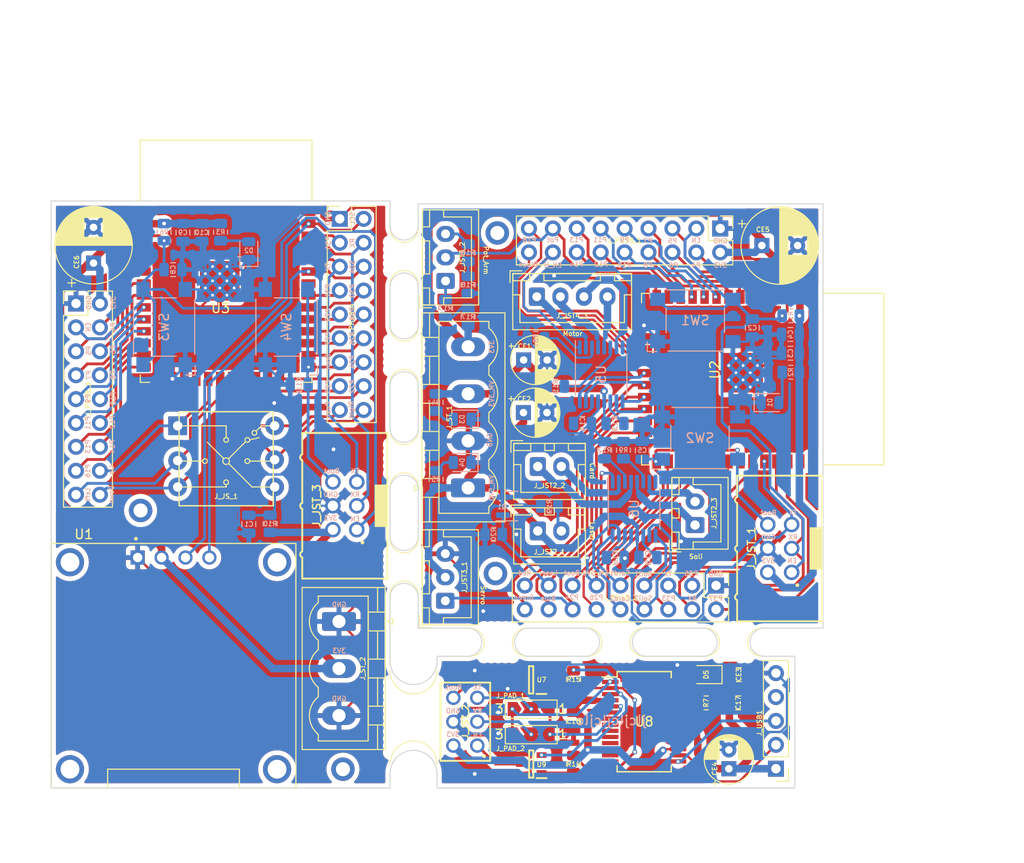
<source format=kicad_pcb>
(kicad_pcb (version 20211014) (generator pcbnew)
  (layers (0 "F.Cu" signal) (31 "B.Cu" signal) (34 "B.Paste" user) (35 "F.Paste" user) (36 "B.SilkS" user "B.Silkscreen") (37 "F.SilkS" user "F.Silkscreen") (38 "B.Mask" user) (39 "F.Mask" user) (44 "Edge.Cuts" user))
  (net 0 "")
  (net 1 "3V3_R")
  (net 2 "GND_M")
  (net 3 "EN_M")
  (net 4 "3V3_M")
  (net 5 "BOOT_M")
  (net 6 "EN_R")
  (net 7 "BOOT_R")
  (net 8 "Net-(R14-Pad1)")
  (net 9 "Black")
  (net 10 "Green")
  (net 11 "Red")
  (net 12 "Blue")
  (net 13 "Net-(R11-Pad1)")
  (net 14 "Net-(R12-Pad1)")
  (net 19 "Soli1")
  (net 20 "Soli2")
  (net 21 "Card1")
  (net 22 "Card2")
  (net 23 "Net-(R13-Pad1)")
  (net 24 "Motor_Hori_Black")
  (net 25 "VM_5V0")
  (net 26 "VM_3V3")
  (net 27 "Net-(C13-Pad2)")
  (net 28 "Net-(C14-Pad2)")
  (net 29 "5V0_P")
  (net 30 "3V3_P")
  (net 31 "UART_RDX_P")
  (net 32 "UART_TDX_P")
  (net 33 "EN_P")
  (net 34 "BOOT_P")
  (net 35 "UART_RTS_P")
  (net 36 "UART_DTR_P")
  (net 44 "USBDP")
  (net 45 "USBDM")
  (net 51 "Net-(C15-Pad2)")
  (net 52 "Net-(C16-Pad2)")
  (net 53 "Net-(J_JST2_1-Pad2)")
  (net 54 "Net-(J_JST3_2-Pad1)")
  (net 55 "Net-(J_JST3_2-Pad3)")
  (net 57 "Net-(Q1-Pad3)")
  (net 58 "Net-(R15-Pad1)")
  (net 59 "Net-(R16-Pad1)")
  (net 60 "UART_TX")
  (net 61 "UART_RX")
  (net 62 "PIN35_M")
  (net 63 "PIN34_M")
  (net 64 "PIN4_M")
  (net 65 "PIN5_M")
  (net 66 "PIN6_M")
  (net 67 "PIN7_M")
  (net 68 "PIN8_M")
  (net 69 "PIN9_M")
  (net 70 "EN_Card")
  (net 71 "Motor_Soli_IN1")
  (net 72 "Motor_Soli_IN2")
  (net 73 "PIN16_M")
  (net 74 "PIN36_M")
  (net 75 "PIN4_R")
  (net 76 "PIN5_R")
  (net 77 "PIN6_R")
  (net 78 "PIN7_R")
  (net 79 "PIN8_R")
  (net 80 "PIN9_R")
  (net 81 "PIN10_R")
  (net 82 "PIN11_R")
  (net 83 "PIN12_R")
  (net 84 "PIN14_R")
  (net 85 "PIN16_R")
  (net 86 "PIN17_R")
  (net 87 "GND_R")
  (net 88 "GND_P")
  (net 89 "PIN20_R")
  (net 90 "LEFT_JS")
  (net 91 "PIN22_R")
  (net 92 "PIN23_R")
  (net 93 "PIN26_R")
  (net 94 "PIN27_R")
  (net 95 "PIN28_R")
  (net 96 "PIN29_R")
  (net 97 "PIN30_R")
  (net 98 "PIN31_R")
  (net 99 "PIN33_R")
  (net 100 "PIN36_R")
  (net 101 "PIN37_R")
  (net 102 "Net-(D1-Pad2)")
  (net 103 "Net-(D2-Pad2)")
  (net 104 "Net-(D3-Pad2)")
  (net 105 "Net-(D4-Pad2)")
  (net 106 "Net-(D5-Pad2)")
  (net 107 "PIN35_R")
  (net 108 "PIN34_R")
  (net 109 "EN_Hori")
  (net 110 "Motor_Hori_Red")
  (net 111 "Motor_Hori_Blue")
  (net 112 "PIN24_R")
  (net 113 "Motor_Hori_Green")
  (net 114 "DOWN_JS")
  (net 115 "PIN37_M")
  (net 116 "PIN33_M")
  (net 117 "CENTER_JS")
  (net 118 "PIN24_M")
  (net 119 "Net-(R8-Pad1)")
  (net 120 "Net-(R9-Pad1)")
  (net 121 "COM_JS")
  (net 122 "PIN13_R")
  (net 123 "PIN14_M")
  (net 124 "PIN13_M")
  (net 125 "PIN12_M")
  (net 126 "PIN11_M")
  (net 127 "PIN10_M")
  (net 128 "PIN26_M")
  (net 129 "PIN18_M")
  (net 130 "Laser")
  (net 131 "Motor_Card_IN1")
  (net 132 "Motor_Card_IN2")
  (footprint "Joystick_THT:JS_SKQUCAA010" (layer "F.Cu") (at 119.0925 104)
    (fp_text reference "J_JS_1")
    (fp_text value "Conn_02x03_Counter_Clockwise")
  )
  (footprint "Connector_PinHeader_2.54mm:PinHeader_1x05_P2.54mm_Vertical" (layer "F.Cu") (at 177.5 136.95 180)
    (fp_text reference "J_USB1")
    (fp_text value "Conn_01x05_Male")
  )
  (footprint "Capacitor_SMD:C_0805_2012Metric" (layer "F.Cu") (at 173.5 129.95)
    (fp_text reference "C17")
    (fp_text value "100n")
  )
  (footprint "Panelization:mouse-bite-3mm-slot" (layer "F.Cu") (at 138 93 -90)
    (fp_text reference "mouse-bite-5mm-slot" hide)
    (fp_text value "VAL**" hide)
  )
  (footprint "" (layer "F.Cu") (at 147.9 80)
    (fp_text reference "")
    (fp_text value "")
  )
  (footprint "Connector_JST:JST_XH_B3B-XH-A_1x03_P2.50mm_Vertical" (layer "F.Cu") (at 142.4 85.1 90)
    (fp_text reference "J_JST3_2")
    (fp_text value "Conn_01x03_Male")
  )
  (footprint "Capacitor_THT:CP_Radial_D5.0mm_P2.50mm" (layer "F.Cu") (at 150.67444 99.1)
    (fp_text reference "CE2")
    (fp_text value "10u")
  )
  (footprint "Capacitor_SMD:C_0805_2012Metric" (layer "F.Cu") (at 156 131.9 90)
    (fp_text reference "C18")
    (fp_text value "100n")
  )
  (footprint "Resistor_SMD:R_0805_2012Metric" (layer "F.Cu") (at 170.0875 129.95 180)
    (fp_text reference "R7")
    (fp_text value "2K")
  )
  (footprint "Resistor_SMD:R_0805_2012Metric" (layer "F.Cu") (at 156 127.45 90)
    (fp_text reference "R15")
    (fp_text value "10k")
  )
  (footprint "Package_SO:SSOP-28_5.3x10.2mm_P0.65mm" (layer "F.Cu") (at 163.5 131.95)
    (fp_text reference "U8")
    (fp_text value "FT232RL")
  )
  (footprint "Connector_JST:JST_XH_B2B-XH-A_1x02_P2.50mm_Vertical" (layer "F.Cu") (at 168.905 111.05 90)
    (fp_text reference "J_JST2_3")
    (fp_text value "Conn_01x02_Male")
  )
  (footprint "LED_SMD:LED_0805_2012Metric" (layer "F.Cu") (at 170.0875 126.95 180)
    (fp_text reference "D5")
    (fp_text value "LED")
  )
  (footprint "Panelization:mouse-bite-5mm-slot" (layer "F.Cu") (at 139 131.5 -90)
    (fp_text reference "mouse-bite-5mm-slot" hide)
    (fp_text value "VAL**" hide)
  )
  (footprint "Panelization:mouse-bite-3mm-slot" (layer "F.Cu") (at 138 115.5 -90)
    (fp_text reference "mouse-bite-5mm-slot" hide)
    (fp_text value "VAL**" hide)
  )
  (footprint "BCW71:SOT95P230X110-3N" (layer "F.Cu") (at 151.5 136.45 180)
    (fp_text reference "U9")
    (fp_text value "BCW71" hide)
  )
  (footprint "6120XX21621_61200621621:61200621621" (layer "F.Cu") (at 177.9 113.535 90)
    (fp_text reference "J_JST_1")
    (fp_text value "Conn_02x03_Odd_Even")
  )
  (footprint "Panelization:mouse-bite-3mm-slot" (layer "F.Cu") (at 160.5 123.5)
    (fp_text reference "mouse-bite-5mm-slot" hide)
    (fp_text value "VAL**" hide)
  )
  (footprint "Capacitor_SMD:C_0805_2012Metric" (layer "F.Cu") (at 173.55 126.95)
    (fp_text reference "CE3")
    (fp_text value "10n")
  )
  (footprint "Panelization:mouse-bite-3mm-slot" (layer "F.Cu") (at 148 123.5 180)
    (fp_text reference "mouse-bite-5mm-slot" hide)
    (fp_text value "VAL**" hide)
  )
  (footprint "Panelization:mouse-bite-3mm-slot" (layer "F.Cu") (at 173 123.5)
    (fp_text reference "mouse-bite-5mm-slot" hide)
    (fp_text value "VAL**" hide)
  )
  (footprint "Capacitor_THT:CP_Radial_D8.0mm_P3.80mm" (layer "F.Cu") (at 176.004169 81.335)
    (fp_text reference "CE5")
    (fp_text value "470u")
  )
  (footprint "" (layer "F.Cu") (at 131.5 137)
    (fp_text reference "")
    (fp_text value "")
  )
  (footprint "Panelization:mouse-bite-3mm-slot" (layer "F.Cu") (at 138 104 -90)
    (fp_text reference "mouse-bite-5mm-slot" hide)
    (fp_text value "VAL**" hide)
  )
  (footprint "Capacitor_THT:CP_Radial_D5.0mm_P2.00mm" (layer "F.Cu") (at 172.5 136.95 90)
    (fp_text reference "CE4")
    (fp_text value "4u7")
  )
  (footprint "Connector_PinHeader_2.54mm:PinHeader_2x09_P2.54mm_Vertical" (layer "F.Cu") (at 171.58 79.525 -90)
    (fp_text reference "J_PH18_1")
    (fp_text value "Conn_02x09_Odd_Even")
  )
  (footprint "Capacitor_THT:CP_Radial_D8.0mm_P3.80mm" (layer "F.Cu") (at 105 83.202651 90)
    (fp_text reference "CE6")
    (fp_text value "470u")
  )
  (footprint "6130XX21821_61300621821:61300621821" (layer "F.Cu") (at 144.5 131.95 90)
    (fp_text reference "J_JST_2")
    (fp_text value "Conn_02x03_Odd_Even")
  )
  (footprint "Connector_JST:JST_XH_B2B-XH-A_1x02_P2.50mm_Vertical" (layer "F.Cu") (at 152.2 104.825)
    (fp_text reference "J_JST2_2")
    (fp_text value "Conn_01x02_Male")
  )
  (footprint "" (layer "F.Cu") (at 110 109.5)
    (fp_text reference "")
    (fp_text value "")
  )
  (footprint "Connector_PinHeader_2.54mm:PinHeader_2x09_P2.54mm_Vertical" (layer "F.Cu") (at 131.16 78.5)
    (fp_text reference "J_PH18_4")
    (fp_text value "Conn_02x09_Odd_Even")
  )
  (footprint "BCW71:SOT95P230X110-3N" (layer "F.Cu") (at 151.49 127.5 180)
    (fp_text reference "U7")
    (fp_text value "BCW71" hide)
  )
  (footprint "" (layer "F.Cu") (at 147.7 116.2)
    (fp_text reference "")
    (fp_text value "")
  )
  (footprint "Jumper:SolderJumper-3_P2.0mm_Open_TrianglePad1.0x1.5mm_NumberLabels" (layer "F.Cu") (at 151.5 130.6 180)
    (fp_text reference "J_PAD_1")
    (fp_text value "Conn_01x03")
  )
  (footprint "Connector_PinHeader_2.54mm:PinHeader_2x09_P2.54mm_Vertical" (layer "F.Cu") (at 171.14 117.475 -90)
    (fp_text reference "J_PH18_2")
    (fp_text value "Conn_02x09_Odd_Even")
  )
  (footprint "Resistor_SMD:R_0805_2012Metric" (layer "F.Cu") (at 156 136.45 90)
    (fp_text reference "R14")
    (fp_text value "10k")
  )
  (footprint "DM-OLED096-636:MODULE_DM-OLED096-636" (layer "F.Cu") (at 113.5 126)
    (fp_text reference "U1")
    (fp_text value "DM-OLED096-636")
  )
  (footprint "RF_Module:ESP32-WROOM-32" (layer "F.Cu") (at 119.09 86)
    (fp_text reference "U3")
    (fp_text value "ESP32-WROOM-32")
  )
  (footprint "Connector_Phoenix_MSTB:PhoenixContact_MSTBVA_2,5_3-G_1x03_P5.00mm_Vertical" (layer "F.Cu") (at 131.0775 121.3 -90)
    (fp_text reference "J_ST_2")
    (fp_text value "Screw_Terminal_01x03")
  )
  (footprint "6120XX21621_61200621621:61200621621" (layer "F.Cu") (at 131.7 109 90)
    (fp_text reference "J_JST_3")
    (fp_text value "Conn_02x03_Odd_Even")
  )
  (footprint "RF_Module:ESP32-WROOM-32" (layer "F.Cu") (at 173.1 95.535 -90)
    (fp_text reference "U2")
    (fp_text value "ESP32-WROOM-32")
  )
  (footprint "Connector_JST:JST_XH_B2B-XH-A_1x02_P2.50mm_Vertical" (layer "F.Cu") (at 152.2 111.675)
    (fp_text reference "J_JST2_1")
    (fp_text value "Conn_01x02_Male")
  )
  (footprint "Connector_JST:JST_XH_B4B-XH-A_1x04_P2.50mm_Vertical" (layer "F.Cu") (at 152.1 86.775)
    (fp_text reference "J_JST4_3")
    (fp_text value "Conn_01x04_Male")
  )
  (footprint "Connector_PinHeader_2.54mm:PinHeader_2x09_P2.54mm_Vertical" (layer "F.Cu") (at 103.14 87.497953)
    (fp_text reference "J_PH18_3")
    (fp_text value "Conn_02x09_Odd_Even")
  )
  (footprint "Connector_JST:JST_XH_B3B-XH-A_1x03_P2.50mm_Vertical" (layer "F.Cu") (at 142.375 119.1 90)
    (fp_text reference "J_JST3_1")
    (fp_text value "Conn_01x03_Male")
  )
  (footprint "Jumper:SolderJumper-3_P2.0mm_Open_TrianglePad1.0x1.5mm_NumberLabels" (layer "F.Cu") (at 151.5 133.3 180)
    (fp_text reference "J_PAD_2")
    (fp_text value "Conn_01x03")
  )
  (footprint "Capacitor_THT:CP_Radial_D5.0mm_P2.50mm" (layer "F.Cu") (at 150.694888 93.5)
    (fp_text reference "CE1")
    (fp_text value "10u")
  )
  (footprint "Connector_Phoenix_MSTB:PhoenixContact_MSTBVA_2,5_4-G_1x04_P5.00mm_Vertical" (layer "F.Cu") (at 144.8 107.1 90)
    (fp_text reference "J_ST_1")
    (fp_text value "Screw_Terminal_01x04")
  )
  (footprint "Panelization:mouse-bite-3mm-slot" (layer "F.Cu") (at 138 82.5 -90)
    (fp_text reference "mouse-bite-5mm-slot" hide)
    (fp_text value "VAL**" hide)
  )
  (footprint "Capacitor_SMD:C_0805_2012Metric" (layer "B.Cu") (at 126.85 96.1 180)
    (fp_text reference "C11")
    (fp_text value "0u1")
  )
  (footprint "Capacitor_SMD:C_0805_2012Metric" (layer "B.Cu") (at 116.5 79.95 -90)
    (fp_text reference "C10")
    (fp_text value "0u1")
  )
  (footprint "Resistor_SMD:R_0805_2012Metric" (layer "B.Cu") (at 141.4 106.1875 90)
    (fp_text reference "R5")
    (fp_text value "2K")
  )
  (footprint "Resistor_SMD:R_0805_2012Metric" (layer "B.Cu") (at 123.765 110.9125 90)
    (fp_text reference "R10")
    (fp_text value "10K")
  )
  (footprint "Capacitor_SMD:C_0805_2012Metric" (layer "B.Cu") (at 113.45 83.9)
    (fp_text reference "C8")
    (fp_text value "0u1")
  )
  (footprint "Resistor_SMD:R_0805_2012Metric" (layer "B.Cu") (at 144.8 82.1 90)
    (fp_text reference "R16")
    (fp_text value "R")
  )
  (footprint "Resistor_SMD:R_0805_2012Metric" (layer "B.Cu") (at 147.51 112.035 180)
    (fp_text reference "R20")
    (fp_text value "1M")
  )
  (footprint "Resistor_SMD:R_0805_2012Metric" (layer "B.Cu") (at 159.3 103.085 90)
    (fp_text reference "R12")
    (fp_text value "200m")
  )
  (footprint "Resistor_SMD:R_0805_2012Metric" (layer "B.Cu") (at 141.4 98.0125 -90)
    (fp_text reference "R4")
    (fp_text value "1K5")
  )
  (footprint "Resistor_SMD:R_0805_2012Metric" (layer "B.Cu") (at 144.8 85.5125 90)
    (fp_text reference "R18")
    (fp_text value "R")
  )
  (footprint "Resistor_SMD:R_0805_2012Metric" (layer "B.Cu") (at 118.5 79.9125 -90)
    (fp_text reference "R3")
    (fp_text value "1K5")
  )
  (footprint "Capacitor_SMD:C_0805_2012Metric" (layer "B.Cu") (at 179.04 92.785 180)
    (fp_text reference "C3")
    (fp_text value "22u")
  )
  (footprint "Capacitor_SMD:C_0805_2012Metric" (layer "B.Cu") (at 163.9 114.5)
    (fp_text reference "C15")
    (fp_text value "0u01")
  )
  (footprint "Button_Switch_SMD:SW_SPST_Omron_B3FS-100xP" (layer "B.Cu") (at 125.5 90 90)
    (fp_text reference "SW4")
    (fp_text value "SW_Push")
  )
  (footprint "Button_Switch_SMD:SW_SPST_Omron_B3FS-100xP" (layer "B.Cu") (at 169.43 101.8)
    (fp_text reference "SW2")
    (fp_text value "SW_Push")
  )
  (footprint "Capacitor_SMD:C_0805_2012Metric" (layer "B.Cu") (at 121.5 110.95 -90)
    (fp_text reference "C1")
    (fp_text value "0u1")
  )
  (footprint "Capacitor_SMD:C_0805_2012Metric" (layer "B.Cu") (at 156.95 100.25 180)
    (fp_text reference "C14")
    (fp_text value "2u2")
  )
  (footprint "Capacitor_SMD:C_0805_2012Metric" (layer "B.Cu") (at 174.99 90.085 -90)
    (fp_text reference "C2")
    (fp_text value "0u1")
  )
  (footprint "Resistor_SMD:R_0805_2012Metric" (layer "B.Cu") (at 153.43 109.035)
    (fp_text reference "R19")
    (fp_text value "R")
  )
  (footprint "LED_SMD:LED_0805_2012Metric" (layer "B.Cu") (at 121.5 81.875 90)
    (fp_text reference "D2")
    (fp_text value "LED")
  )
  (footprint "Capacitor_SMD:C_0805_2012Metric" (layer "B.Cu") (at 160.43 114.5 180)
    (fp_text reference "C16")
    (fp_text value "2u2")
  )
  (footprint "Resistor_SMD:R_0805_2012Metric" (layer "B.Cu") (at 112.5 79.9125 -90)
    (fp_text reference "R6")
    (fp_text value "10K")
  )
  (footprint "Resistor_SMD:R_0805_2012Metric" (layer "B.Cu") (at 152 91.2 180)
    (fp_text reference "R8")
    (fp_text value "200m")
  )
  (footprint "Capacitor_SMD:C_0805_2012Metric" (layer "B.Cu") (at 179.04 90.785 180)
    (fp_text reference "C4")
    (fp_text value "0u1")
  )
  (footprint "Package_TO_SOT_SMD:SOT-23" (layer "B.Cu") (at 149.43 109.035)
    (fp_text reference "Q1")
    (fp_text value "2N7002")
  )
  (footprint "Resistor_SMD:R_0805_2012Metric" (layer "B.Cu") (at 161.3 103.085 90)
    (fp_text reference "R9")
    (fp_text value "200m")
  )
  (footprint "LED_SMD:LED_0805_2012Metric" (layer "B.Cu") (at 144.1625 99.8 180)
    (fp_text reference "D3")
    (fp_text value "LED")
  )
  (footprint "Resistor_SMD:R_0805_2012Metric" (layer "B.Cu") (at 144.8 88.9125 90)
    (fp_text reference "R17")
    (fp_text value "R")
  )
  (footprint "Capacitor_SMD:C_0805_2012Metric" (layer "B.Cu") (at 114.5 79.95 -90)
    (fp_text reference "C9")
    (fp_text value "22u")
  )
  (footprint "Package_SO:TSSOP-16_4.4x5mm_P0.65mm" (layer "B.Cu") (at 162.43 109.3 -90)
    (fp_text reference "U6")
    (fp_text value "DRV8833PW")
  )
  (footprint "Capacitor_SMD:C_0805_2012Metric" (layer "B.Cu") (at 160.4 100.25)
    (fp_text reference "C13")
    (fp_text value "0u01")
  )
  (footprint "Resistor_SMD:R_0805_2012Metric" (layer "B.Cu") (at 142.4 87.9875 90)
    (fp_text reference "R13")
    (fp_text value "R")
  )
  (footprint "Package_SO:TSSOP-16_4.4x5mm_P0.65mm" (layer "B.Cu") (at 158.93 95.035 -90)
    (fp_text reference "U5")
    (fp_text value "DRV8833PW")
  )
  (footprint "Button_Switch_SMD:SW_SPST_Omron_B3FS-100xP" (layer "B.Cu") (at 112.5 90 90)
    (fp_text reference "SW3")
    (fp_text value "SW_Push")
  )
  (footprint "LED_SMD:LED_0805_2012Metric" (layer "B.Cu") (at 144.1625 104.4 180)
    (fp_text reference "D4")
    (fp_text value "LED")
  )
  (footprint "Resistor_SMD:R_0805_2012Metric" (layer "B.Cu") (at 179.0775 88.8 180)
    (fp_text reference "R1")
    (fp_text value "10K")
  )
  (footprint "Capacitor_SMD:C_0805_2012Metric" (layer "B.Cu") (at 163.3 103.1 90)
    (fp_text reference "C5")
    (fp_text value "0u1")
  )
  (footprint "Button_Switch_SMD:SW_SPST_Omron_B3FS-100xP" (layer "B.Cu") (at 168.93 89.3)
    (fp_text reference "SW1")
    (fp_text value "SW_Push")
  )
  (footprint "Resistor_SMD:R_0805_2012Metric" (layer "B.Cu") (at 154.1 96.3 180)
    (fp_text reference "R11")
    (fp_text value "200m")
  )
  (footprint "LED_SMD:LED_0805_2012Metric" (layer "B.Cu") (at 176.8675 98.035)
    (fp_text reference "D1")
    (fp_text value "LED")
  )
  (footprint "Resistor_SMD:R_0805_2012Metric" (layer "B.Cu") (at 179.0775 94.8 180)
    (fp_text reference "R2")
    (fp_text value "1K5")
  )
  (gr_arc (start 136.5 107.25) (mid 138 105.75) (end 139.5 107.25) (layer "Edge.Cuts") (width 0.1))
  (gr_line (start 139.5 122) (end 139.5 118.75) (layer "Edge.Cuts") (width 0.1))
  (gr_arc (start 136.5 96.25) (mid 138 94.75) (end 139.5 96.25) (layer "Edge.Cuts") (width 0.1))
  (gr_line (start 139.5 85.75) (end 139.5 89.75) (layer "Edge.Cuts") (width 0.1))
  (gr_arc (start 169.75 122) (mid 171.25 123.5) (end 169.75 125) (layer "Edge.Cuts") (width 0.1))
  (gr_arc (start 139.5 100.75) (mid 138 102.25) (end 136.5 100.75) (layer "Edge.Cuts") (width 0.1))
  (gr_arc (start 139.5 79.25) (mid 138 80.75) (end 136.5 79.25) (layer "Edge.Cuts") (width 0.1))
  (gr_line (start 169.75 125) (end 163.75 125) (layer "Edge.Cuts") (width 0.1))
  (gr_arc (start 157.25 122) (mid 158.75 123.5) (end 157.25 125) (layer "Edge.Cuts") (width 0.1))
  (gr_line (start 176.25 125) (end 179.5 125) (layer "Edge.Cuts") (width 0.1))
  (gr_line (start 136.5 107.25) (end 136.5 112.25) (layer "Edge.Cuts") (width 0.1))
  (gr_arc (start 139.5 112.25) (mid 138 113.75) (end 136.5 112.25) (layer "Edge.Cuts") (width 0.1))
  (gr_line (start 139.5 96.25) (end 139.5 100.75) (layer "Edge.Cuts") (width 0.1))
  (gr_line (start 136.5 76.6) (end 136.5 79.25) (layer "Edge.Cuts") (width 0.1))
  (gr_line (start 136.5 139) (end 100.5 139) (layer "Edge.Cuts") (width 0.1))
  (gr_arc (start 139.5 89.75) (mid 138 91.25) (end 136.5 89.75) (layer "Edge.Cuts") (width 0.1))
  (gr_line (start 179.5 139) (end 141.5 139) (layer "Edge.Cuts") (width 0.1))
  (gr_line (start 144.662349 122) (end 139.5 122) (layer "Edge.Cuts") (width 0.1))
  (gr_arc (start 136.5 85.75) (mid 138 84.25) (end 139.5 85.75) (layer "Edge.Cuts") (width 0.1))
  (gr_line (start 182.5 76.9) (end 182.5 122) (layer "Edge.Cuts") (width 0.1))
  (gr_line (start 139.5 76.9) (end 182.5 76.9) (layer "Edge.Cuts") (width 0.1))
  (gr_line (start 141.5 125) (end 144.662349 125) (layer "Edge.Cuts") (width 0.1))
  (gr_line (start 139.5 79.25) (end 139.5 76.9) (layer "Edge.Cuts") (width 0.1))
  (gr_line (start 136.5 137.5) (end 136.5 139) (layer "Edge.Cuts") (width 0.1))
  (gr_arc (start 144.662349 122) (mid 146.249967 123.5) (end 144.662349 125) (layer "Edge.Cuts") (width 0.1))
  (gr_line (start 139.5 112.25) (end 139.5 107.25) (layer "Edge.Cuts") (width 0.1))
  (gr_line (start 179.5 125) (end 179.5 139) (layer "Edge.Cuts") (width 0.1))
  (gr_line (start 141.5 139) (end 141.5 137.5) (layer "Edge.Cuts") (width 0.1))
  (gr_arc (start 141.5 125.5) (mid 139 128) (end 136.5 125.5) (layer "Edge.Cuts") (width 0.1))
  (gr_line (start 157.25 125) (end 151.25 125) (layer "Edge.Cuts") (width 0.1))
  (gr_line (start 163.75 122) (end 169.75 122) (layer "Edge.Cuts") (width 0.1))
  (gr_line (start 182.5 122) (end 176.25 122) (layer "Edge.Cuts") (width 0.1))
  (gr_line (start 141.5 125.5) (end 141.5 125) (layer "Edge.Cuts") (width 0.1))
  (gr_arc (start 136.5 137.5) (mid 139 135) (end 141.5 137.5) (layer "Edge.Cuts") (width 0.1))
  (gr_line (start 157.25 122) (end 151.25 122) (layer "Edge.Cuts") (width 0.1))
  (gr_line (start 136.5 100.75) (end 136.5 96.25) (layer "Edge.Cuts") (width 0.1))
  (gr_arc (start 176.25 125) (mid 174.75 123.5) (end 176.25 122) (layer "Edge.Cuts") (width 0.1))
  (gr_arc (start 136.5 118.75) (mid 138 117.25) (end 139.5 118.75) (layer "Edge.Cuts") (width 0.1))
  (gr_arc (start 151.25 125) (mid 149.75 123.5) (end 151.25 122) (layer "Edge.Cuts") (width 0.1))
  (gr_line (start 100.5 139) (end 100.5 76.6) (layer "Edge.Cuts") (width 0.1))
  (gr_line (start 136.5 89.75) (end 136.5 85.75) (layer "Edge.Cuts") (width 0.1))
  (gr_arc (start 163.75 125) (mid 162.25 123.5) (end 163.75 122) (layer "Edge.Cuts") (width 0.1))
  (gr_line (start 100.5 76.6) (end 136.5 76.6) (layer "Edge.Cuts") (width 0.1))
  (gr_line (start 136.5 118.75) (end 136.5 125.5) (layer "Edge.Cuts") (width 0.1))
  (gr_text "P24\n" (at 132.5 93.7 90) (layer "B.SilkS") (effects (font (size 0.5 0.5) (thickness 0.1)) (justify mirror)))
  (gr_text "Boot" (at 129.9 93.7 90) (layer "B.SilkS") (effects (font (size 0.5 0.5) (thickness 0.1)) (justify mirror)))
  (gr_text "3V3\n" (at 176.712122 114.835) (layer "B.SilkS") (effects (font (size 0.5 0.5) (thickness 0.1)) (justify mirror)))
  (gr_text "RX" (at 145.8 130.8) (layer "B.SilkS") (effects (font (size 0.5 0.5) (thickness 0.1)) (justify mirror)))
  (gr_text "TX" (at 132.8 105.3) (layer "B.SilkS") (effects (font (size 0.5 0.5) (thickness 0.1)) (justify mirror)))
  (gr_text "P8\n\n" (at 163.912122 83.835) (layer "B.SilkS") (effects (font (size 0.5 0.5) (thickness 0.1)) (justify mirror)))
  (gr_text "P12\n" (at 158.912122 83.335) (layer "B.SilkS") (effects (font (size 0.5 0.5) (thickness 0.1)) (justify mirror)))
  (gr_text "P37" (at 171.112122 118.85) (layer "B.SilkS") (effects (font (size 0.5 0.5) (thickness 0.1)) (justify mirror)))
  (gr_text "P31\n" (at 129.9 86.15 90) (layer "B.SilkS") (effects (font (size 0.5 0.5) (thickness 0.1)) (justify mirror)))
  (gr_text "3V3\n" (at 143.2 133.3) (layer "B.SilkS") (effects (font (size 0.5 0.5) (thickness 0.1)) (justify mirror)))
  (gr_text "P9\n" (at 161.412122 80.735) (layer "B.SilkS") (effects (font (size 0.5 0.5) (thickness 0.1)) (justify mirror)))
  (gr_text "GND\n" (at 131.1 129.5) (layer "B.SilkS") (effects (font (size 0.5 0.5) (thickness 0.1)) (justify mirror)))
  (gr_text "Card2" (at 160.912122 118.85) (layer "B.SilkS") (effects (font (size 0.5 0.5) (thickness 0.1)) (justify mirror)))
  (gr_text "Up\n\n" (at 107.3 105.2 90) (layer "B.SilkS") (effects (font (size 0.5 0.5) (thickness 0.1)) (justify mirror)))
  (gr_text "P16\n" (at 104.4 105.3 90) (layer "B.SilkS") (effects (font (size 0.5 0.5) (thickness 0.1)) (justify mirror)))
  (gr_text "GND\n" (at 176.712122 112.335) (layer "B.SilkS") (effects (font (size 0.5 0.5) (thickness 0.1)) (justify mirror)))
  (gr_text "P27\n" (at 129.9 91.2 90) (layer "B.SilkS") (effects (font (size 0.5 0.5) (thickness 0.1)) (justify mirror)))
  (gr_text "EN\n" (at 104.45 90 90) (layer "B.SilkS") (effects (font (size 0.5 0.5) (thickness 0.1)) (justify mirror)))
  (gr_text "GND\n" (at 131.1 119.5) (layer "B.SilkS") (effects (font (size 0.5 0.5) (thickness 0.1)) (justify mirror)))
  (gr_text "EN\n" (at 179.212122 114.835) (layer "B.SilkS") (effects (font (size 0.5 0.5) (thickness 0.1)) (justify mirror)))
  (gr_text "3V3\n" (at 107.1 87.4 90) (layer "B.SilkS") (effects (font (size 0.5 0.5) (thickness 0.1)) (justify mirror)))
  (gr_text "P8\n\n" (at 107.5 95.1 90) (layer "B.SilkS") (effects (font (size 0.5 0.5) (thickness 0.1)) (justify mirror)))
  (gr_text "EN\n" (at 132.8 110.4) (layer "B.SilkS") (effects (font (size 0.5 0.5) (thickness 0.1)) (justify mirror)))
  (gr_text "jlcjlcjlcjlc" (at 160 131.8) (layer "B.SilkS") (effects (font (size 1 1)) (justify mirror)))
  (gr_text "P13\n" (at 156.312122 80.735) (layer "B.SilkS") (effects (font (size 0.5 0.5) (thickness 0.1)) (justify mirror)))
  (gr_text "P7\n" (at 104.5 95.1 90) (layer "B.SilkS") (effects (font (size 0.5 0.5) (thickness 0.1)) (justify mirror)))
  (gr_text "P24\n" (at 155.812122 118.75) (layer "B.SilkS") (effects (font (size 0.5 0.5) (thickness 0.1)) (justify mirror)))
  (gr_text "SDA" (at 132.5 83.6 90) (layer "B.SilkS") (effects (font (size 0.5 0.5) (thickness 0.1)) (justify mirror)))
  (gr_text "SCL\n" (at 132.5 78.45 90) (layer "B.SilkS") (effects (font (size 0.5 0.5) (thickness 0.1)) (justify mirror)))
  (gr_text "P26" (at 132.5 91.2 90) (layer "B.SilkS") (effects (font (size 0.5 0.5) (thickness 0.1)) (justify mirror)))
  (gr_text "3V3\n" (at 171.612122 83.435) (layer "B.SilkS") (effects (font (size 0.5 0.5) (thickness 0.1)) (justify mirror)))
  (gr_text "P12\n" (at 107 100.1 90) (layer "B.SilkS") (effects (font (size 0.5 0.5) (thickness 0.1)) (justify mirror)))
  (gr_text "Down\n\n" (at 107.3 107.8 90) (layer "B.SilkS") (effects (font (size 0.5 0.5) (thickness 0.1)) (justify mirror)))
  (gr_text "P36" (at 129.95 81.05 90) (layer "B.SilkS") (effects (font (size 0.5 0.5) (thickness 0.1)) (justify mirror)))
  (gr_text "P23\n" (at 129.9 96.3 90) (layer "B.SilkS") (effects (font (size 0.5 0.5) (thickness 0.1)) (justify mirror)))
  (gr_text "Boot" (at 155.812122 116.15) (layer "B.SilkS") (effects (font (size 0.5 0.5) (thickness 0.1)) (justify mirror)))
  (gr_text "EN_H\n\n" (at 153.812122 83.835) (layer "B.SilkS") (effects (font (size 0.5 0.5) (thickness 0.1)) (justify mirror)))
  (gr_text "P6\n" (at 166.612122 83.435) (layer "B.SilkS") (effects (font (size 0.5 0.5) (thickness 0.1)) (justify mirror)))
  (gr_text "EN\n" (at 169.012122 80.785) (layer "B.SilkS") (effects (font (size 0.5 0.5) (thickness 0.1)) (justify mirror)))
  (gr_text "P7\n" (at 163.912122 80.835) (layer "B.SilkS") (effects (font (size 0.5 0.5) (thickness 0.1)) (justify mirror)))
  (gr_text "P36" (at 168.512122 116.2) (layer "B.SilkS") (effects (font (size 0.5 0.5) (thickness 0.1)) (justify mirror)))
  (gr_text "RX" (at 168.612122 118.85) (layer "B.SilkS") (effects (font (size 0.5 0.5) (thickness 0.1)) (justify mirror)))
  (gr_text "P14\n" (at 107 102.7 90) (layer "B.SilkS") (effects (font (size 0.5 0.5) (thickness 0.1)) (justify mirror)))
  (gr_text "P10\n" (at 107.1 97.6 90) (layer "B.SilkS") (effects (font (size 0.5 0.5) (thickness 0.1)) (justify mirror)))
  (gr_text "TX" (at 145.8 128.3) (layer "B.SilkS") (effects (font (size 0.5 0.5) (thickness 0.1)) (justify mirror)))
  (gr_text "Soli2" (at 163.412122 118.85) (layer "B.SilkS") (effects (font (size 0.5 0.5) (thickness 0.1)) (justify mirror)))
  (gr_text "3V3\n" (at 131.1 124.4) (layer "B.SilkS") (effects (font (size 0.5 0.5) (thickness 0.1)) (justify mirror)))
  (gr_text "RX" (at 132.8 107.8) (layer "B.SilkS") (effects (font (size 0.5 0.5) (thickness 0.1)) (justify mirror)))
  (gr_text "GND\n" (at 104.5 87.4 90) (layer "B.SilkS") (effects (font (size 0.5 0.5) (thickness 0.1)) (justify mirror)))
  (gr_text "Push\n\n\n\n" (at 131.1 98.8 90) (layer "B.SilkS") (effects (font (size 0.5 0.5) (thickness 0.1)) (justify mirror)))
  (gr_text "3V3\n" (at 130.2 110.3) (layer "B.SilkS") (effects (font (size 0.5 0.5) (thickness 0.1)) (justify mirror)))
  (gr_text "P10\n" (at 161.412122 83.435) (layer "B.SilkS") (effects (font (size 0.5 0.5) (thickness 0.1)) (justify mirror)))
  (gr_text "TX" (at 179.312122 109.735) (layer "B.SilkS") (effects (font (size 0.5 0.5) (thickness 0.1)) (justify mirror)))
  (gr_text "P13\n" (at 104.4 102.7 90) (layer "B.SilkS") (effects (font (size 0.5 0.5) (thickness 0.1)) (justify mirror)))
  (gr_text "TX\n" (at 166.012122 116.25) (layer "B.SilkS") (effects (font (size 0.5 0.5) (thickness 0.1)) (justify mirror)))
  (gr_text "Boot\n" (at 130.3 105.3) (layer "B.SilkS") (effects (font (size 0.5 0.5) (thickness 0.1)) (justify mirror)))
  (gr_text "P14\n" (at 156.312122 83.335) (layer "B.SilkS") (effects (font (size 0.5 0.5) (thickness 0.1)) (justify mirror)))
  (gr_text "P4" (at 169.012122 83.435) (layer "B.SilkS") (effects (font (size 0.5 0.5) (thickness 0.1)) (justify mirror)))
  (gr_text "Blue" (at 153.312122 118.85) (layer "B.SilkS") (effects (font (size 0.5 0.5) (thickness 0.1)) (justify mirror)))
  (gr_text "GND\n" (at 129.9 78.45 90) (layer "B.SilkS") (effects (font (size 0.5 0.5) (thickness 0.1)) (justify mirror)))
  (gr_text "GND\n" (at 147.1 102 90) (layer "B.SilkS") (effects (font (size 0.5 0.5) (thickness 0.1)) (justify mirror)))
  (gr_text "P11\n" (at 158.812122 80.735) (layer "B.SilkS") (effects (font (size 0.5 0.5) (thickness 0.1)) (justify mirror)))
  (gr_text "Card1" (at 160.912122 116.15) (layer "B.SilkS") (effects (font (size 0.5 0.5) (thickness 0.1)) (justify mirror)))
  (gr_text "Laser" (at 153.312122 116.15) (layer "B.SilkS") (effects (font (size 0.5 0.5) (thickness 0.1)) (justify mirror)))
  (gr_text "Pot" (at 153.812122 80.735) (layer "B.SilkS") (effects (font (size 0.5 0.5) (thickness 0.1)) (justify mirror)))
  (gr_text "P5\n" (at 104.5 92.5 90) (layer "B.SilkS") (effects (font (size 0.5 0.5) (thickness 0.1)) (justify mirror)))
  (gr_text "Boot\n" (at 143.3 128.3) (layer "B.SilkS") (effects (font (size 0.5 0.5) (thickness 0.1)) (justify mirror)))
  (gr_text "GND\n" (at 171.112122 116.25) (layer "B.SilkS") (effects (font (size 0.5 0.5) (thickness 0.1)) (justify mirror)))
  (gr_text "Right\n" (at 132.4 98.8 90) (layer "B.SilkS") (effects (font (size 0.5 0.5) (thickness 0.1)) (justify mirror)))
  (gr_text "P6\n" (at 107.1 92.4 90) (layer "B.SilkS") (effects (font (size 0.5 0.5) (thickness 0.1)) (justify mirror)))
  (gr_text "Soli1" (at 163.412122 116.25) (layer "B.SilkS") (effects (font (size 0.5 0.5) (thickness 0.1)) (justify mirror)))
  (gr_text "Boot\n" (at 176.712122 109.735) (layer "B.SilkS") (effects (font (size 0.5 0.5) (thickness 0.1)) (justify mirror)))
  (gr_text "P22\n" (at 132.5 96.3 90) (layer "B.SilkS") (effects (font (size 0.5 0.5) (thickness 0.1)) (justify mirror)))
  (gr_text "EN\n" (at 145.8 133.4) (layer "B.SilkS") (effects (font (size 0.5 0.5) (thickness 0.1)) (justify mirror)))
  (gr_text "3V3\n" (at 147.3 92.1 90) (layer "B.SilkS") (effects (font (size 0.5 0.5) (thickness 0.1)) (justify mirror)))
  (gr_text "P11\n" (at 104.4 100.2 90) (layer "B.SilkS") (effects (font (size 0.5 0.5) (thickness 0.1)) (justify mirror)))
  (gr_text "P33" (at 166.112122 118.85) (layer "B.SilkS") (effects (font (size 0.5 0.5) (thickness 0.1)) (justify mirror)))
  (gr_text "P29" (at 129.9 88.7 90) (layer "B.SilkS") (effects (font (size 0.5 0.5) (thickness 0.1)) (justify mirror)))
  (gr_text "EN_5V0" (at 158.312122 116.15) (layer "B.SilkS") (effects (font (size 0.5 0.5) (thickness 0.1)) (justify mirror)))
  (gr_text "P5\n" (at 166.512122 80.835) (layer "B.SilkS") (effects (font (size 0.5 0.5) (thickness 0.1)) (justify mirror)))
  (gr_text "Black\n" (at 151.212122 83.335) (layer "B.SilkS") (effects (font (size 0.5 0.5) (thickness 0.1)) (justify mirror)))
  (gr_text "P28\n" (at 132.5 88.6 90) (layer "B.SilkS") (effects (font (size 0.5 0.5) (thickness 0.1)) (justify mirror)))
  (gr_text "TX\n" (at 129.9 83.6 90) (layer "B.SilkS") (effects (font (size 0.5 0.5) (thickness 0.1)) (justify mirror)))
  (gr_text "VM_5V0" (at 147.3 107.1 90) (layer "B.SilkS") (effects (font (size 0.5 0.5) (thickness 0.1)) (justify mirror)))
  (gr_text "Green" (at 150.712122 118.75) (layer "B.SilkS") (effects (font (size 0.5 0.5) (thickness 0.1)) (justify mirror)))
  (gr_text "P26" (at 158.412122 118.75) (layer "B.SilkS") (effects (font (size 0.5 0.5) (thickness 0.1)) (justify mirror)))
  (gr_text "RX" (at 179.312122 112.335) (layer "B.SilkS") (effects (font (size 0.5 0.5) (thickness 0.1)) (justify mirror)))
  (gr_text "Red" (at 150.812122 116.15) (layer "B.SilkS") (effects (font (size 0.5 0.5) (thickness 0.1)) (justify mirror)))
  (gr_text "P9\n" (at 104.4 97.6 90) (layer "B.SilkS") (effects (font (size 0.5 0.5) (thickness 0.1)) (justify mirror)))
  (gr_text "VM_3V3" (at 147.3 97.1 90) (layer "B.SilkS") (effects (font (size 0.5 0.5) (thickness 0.1)) (justify mirror)))
  (gr_text "GND\n" (at 171.612122 80.835) (layer "B.SilkS") (effects (font (size 0.5 0.5) (thickness 0.1)) (justify mirror)))
  (gr_text "RX" (at 132.5 81.05 90) (layer "B.SilkS") (effects (font (size 0.5 0.5) (thickness 0.1)) (justify mirror)))
  (gr_text "GND\n" (at 130.2 107.8) (layer "B.SilkS") (effects (font (size 0.5 0.5) (thickness 0.1)) (justify mirror)))
  (gr_text "P4" (at 107.1 90 90) (layer "B.SilkS") (effects (font (size 0.5 0.5) (thickness 0.1)) (justify mirror)))
  (gr_text "P30\n" (at 132.5 86.15 90) (layer "B.SilkS") (effects (font (size 0.5 0.5) (thickness 0.1)) (justify mirror)))
  (gr_text "P18\n\n" (at 151.312122 81.135) (layer "B.SilkS") (effects (font (size 0.5 0.5) (thickness 0.1)) (justify mirror)))
  (gr_text "GND\n" (at 143.2 130.8) (layer "B.SilkS") (effects (font (size 0.5 0.5) (thickness 0.1)) (justify mirror)))
  (gr_text "Left\n\n\n" (at 105.2 107.8 90) (layer "B.SilkS") (effects (font (size 0.5 0.5) (thickness 0.1)) (justify mirror)))
  (gr_text "Laser" (at 158 111.7 270) (layer "F.SilkS") (effects (font (size 0.5 0.5) (thickness 0.1))))
  (gr_text "Card" (at 158 105.3 -90) (layer "F.SilkS") (effects (font (size 0.5 0.5) (thickness 0.1))))
  (gr_text "Motor" (at 155.9 90.7) (layer "F.SilkS") (effects (font (size 0.5 0.5) (thickness 0.1))))
  (gr_text "Servo" (at 146.4 118.5 -90) (layer "F.SilkS") (effects (font (size 0.5 0.5) (thickness 0.1))))
  (gr_text "Pot_Arm" (at 146.7 82.9 -90) (layer "F.SilkS") (effects (font (size 0.5 0.5) (thickness 0.1))))
  (gr_text "Soli" (at 169 114.4) (layer "F.SilkS") (effects (font (size 0.5 0.5) (thickness 0.1))))
  (segment (start 112.23 113.433683) (end 110.796317 112) (width 0.8) (layer "F.Cu") (net 1))
  (segment (start 112.48 79.02) (end 112.5 79) (width 0.8) (layer "F.Cu") (net 1))
  (segment (start 128.3 123.5225) (end 131.0775 126.3) (width 0.8) (layer "F.Cu") (net 1))
  (segment (start 105 83.202651) (end 104.502651 83.202651) (width 0.8) (layer "F.Cu") (net 1))
  (segment (start 108.78 79.02) (end 110.34 79.02) (width 0.8) (layer "F.Cu") (net 1))
  (segment (start 108.78 79.02) (end 105 82.8) (width 0.8) (layer "F.Cu") (net 1))
  (segment (start 128.3 113.67) (end 128.3 123.5225) (width 0.8) (layer "F.Cu") (net 1))
  (segment (start 110.796317 112) (end 104.988594 112) (width 0.8) (layer "F.Cu") (net 1))
  (segment (start 101.49 108.501406) (end 101.49 86.215302) (width 0.8) (layer "F.Cu") (net 1))
  (segment (start 110.34 79.02) (end 112.48 79.02) (width 0.8) (layer "F.Cu") (net 1))
  (segment (start 105 82.8) (end 105 83.202651) (width 0.8) (layer "F.Cu") (net 1))
  (segment (start 130.43 111.54) (end 128.3 113.67) (width 0.8) (layer "F.Cu") (net 1))
  (segment (start 104.502651 83.202651) (end 101.49 86.215302) (width 0.8) (layer "F.Cu") (net 1))
  (segment (start 112.23 114.5) (end 112.23 113.433683) (width 0.8) (layer "F.Cu") (net 1))
  (segment (start 104.988594 112) (end 101.49 108.501406) (width 0.8) (layer "F.Cu") (net 1))
  (via (at 112.5 79) (size 0.8) (drill 0.4) (layers "F.Cu" "B.Cu") (net 1))
  (segment (start 105.68 83.882651) (end 105 83.202651) (width 0.8) (layer "B.Cu") (net 1))
  (segment (start 124.03 126.3) (end 131.0775 126.3) (width 0.8) (layer "B.Cu") (net 1))
  (segment (start 123.765 111.825) (end 130.145 111.825) (width 0.8) (layer "B.Cu") (net 1))
  (segment (start 112.5 79) (end 114.5 79) (width 0.8) (layer "B.Cu") (net 1))
  (segment (start 114.5 79) (end 116.5 79) (width 0.8) (layer "B.Cu") (net 1))
  (segment (start 130.145 111.825) (end 130.43 111.54) (width 0.8) (layer "B.Cu") (net 1))
  (segment (start 129.945 111.825) (end 130.23 111.54) (width 0.8) (layer "B.Cu") (net 1))
  (segment (start 116.5 79) (end 118.5 79) (width 0.8) (layer "B.Cu") (net 1))
  (segment (start 105.68 87.497953) (end 105.68 83.882651) (width 0.8) (layer "B.Cu") (net 1))
  (segment (start 112.23 114.5) (end 124.03 126.3) (width 0.8) (layer "B.Cu") (net 1))
  (segment (start 162.392523 114.572477) (end 164.1795 112.7855) (width 0.25) (layer "F.Cu") (net 2))
  (segment (start 181.24 82.770831) (end 179.804169 81.335) (width 0.25) (layer "F.Cu") (net 2))
  (segment (start 146.4 118.125) (end 146.4 120.2) (width 0.25) (layer "F.Cu") (net 2))
  (segment (start 164.1795 112.7855) (end 167.43 112.7855) (width 0.25) (layer "F.Cu") (net 2))
  (segment (start 147.865 114.1) (end 142.375 114.1) (width 0.25) (layer "F.Cu") (net 2))
  (segment (start 181.24 101.4325) (end 175.425 95.6175) (width 0.25) (layer "F.Cu") (net 2))
  (segment (start 181.24 86.785) (end 181.24 89.04) (width 0.25) (layer "F.Cu") (net 2))
  (segment (start 163.48 89.825) (end 168.87 89.825) (width 0.25) (layer "F.Cu") (net 2))
  (segment (start 149.93 112.035) (end 147.865 114.1) (width 0.25) (layer "F.Cu") (net 2))
  (segment (start 181.24 104.285) (end 181.24 101.4325) (width 0.25) (layer "F.Cu") (net 2))
  (segment (start 161.452477 114.572477) (end 162.392523 114.572477) (width 0.25) (layer "F.Cu") (net 2))
  (segment (start 142.375 114.1) (end 146.4 118.125) (width 0.25) (layer "F.Cu") (net 2))
  (segment (start 168.87 89.825) (end 172.375 93.33) (width 0.25) (layer "F.Cu") (net 2))
  (segment (start 181.24 89.04) (end 175.425 94.855) (width 0.25) (layer "F.Cu") (net 2))
  (segment (start 181.24 86.785) (end 181.24 82.770831) (width 0.25) (layer "F.Cu") (net 2))
  (via (at 167.43 112.7855) (size 0.8) (drill 0.4) (layers "F.Cu" "B.Cu") (net 2))
  (via (at 146.4 120.2) (size 0.8) (drill 0.4) (layers "F.Cu" "B.Cu") (net 2))
  (via (at 153.93 84.535) (size 0.8) (drill 0.4) (layers "F.Cu" "B.Cu") (net 2))
  (via (at 163.48 89.825) (size 0.8) (drill 0.4) (layers "F.Cu" "B.Cu") (net 2))
  (via (at 161.452477 114.572477) (size 0.8) (drill 0.4) (layers "F.Cu" "B.Cu") (net 2))
  (via (at 149.93 112.035) (size 0.8) (drill 0.4) (layers "F.Cu" "B.Cu") (net 2))
  (segment (start 153.43 93.00944) (end 153.40444 93.035) (width 0.25) (layer "B.Cu") (net 2))
  (segment (start 171.43 105.55) (end 165.43 99.55) (width 0.25) (layer "B.Cu") (net 2))
  (segment (start 167.43 112.7855) (end 169.615516 112.7855) (width 0.25) (layer "B.Cu") (net 2))
  (segment (start 163.033299 121.19) (end 162.2 120.356701) (width 0.25) (layer "B.Cu") (net 2))
  (segment (start 164.93 91.55) (end 164.93 91.275) (width 0.25) (layer "B.Cu") (net 2))
  (segment (start 163.48 89.825) (end 163.48 86.88) (width 0.25) (layer "B.Cu") (net 2))
  (segment (start 172.78 117.475) (end 176.72 113.535) (width 0.25) (layer "B.Cu") (net 2))
  (segment (start 158.605 97.8975) (end 158.605 98.86) (width 0.25) (layer "B.Cu") (net 2))
  (segment (start 144.5325 114.1) (end 146.5975 112.035) (width 0.25) (layer "B.Cu") (net 2))
  (segment (start 146.5975 112.035) (end 146.5975 109.2025) (width 0.25) (layer "B.Cu") (net 2))
  (segment (start 175.425 97.53) (end 175.425 95.6175) (width 0.25) (layer "B.Cu") (net 2))
  (segment (start 171.14 117.475) (end 169.775 118.84) (width 0.25) (layer "B.Cu") (net 2))
  (segment (start 163.48 86.88) (end 160.135 83.535) (width 0.25) (layer "B.Cu") (net 2))
  (segment (start 172.93 91.55) (end 172.93 93.1225) (width 0.25) (layer "B.Cu") (net 2))
  (segment (start 174.475 91.55) (end 174.99 91.035) (width 0.25) (layer "B.Cu") (net 2))
  (segment (start 147.715 108.085) (end 148.4925 108.085) (width 0.25) (layer "B.Cu") (net 2))
  (segment (start 157.93 100.035) (end 156.665 101.3) (width 0.25) (layer "B.Cu") (net 2))
  (segment (start 172.93 93.1225) (end 173.1375 93.33) (width 0.25) (layer "B.Cu") (net 2))
  (segment (start 163.4525 102.1725) (end 163.49 102.135) (width 0.25) (layer "B.Cu") (net 2))
  (segment (start 155.37444 101.3) (end 153.17444 99.1) (width 0.25) (layer "B.Cu") (net 2))
  (segment (start 164.93 91.275) (end 163.48 89.825) (width 0.25) (layer "B.Cu") (net 2))
  (segment (start 157.93 100.035) (end 157.93 100.6725) (width 0.25) (layer "B.Cu") (net 2))
  (segment (start 163.49 102.135) (end 165.43 100.195) (width 0.25) (layer "B.Cu") (net 2))
  (segment (start 147.1 104.4) (end 148.4925 105.7925) (width 0.25) (layer "B.Cu") (net 2))
  (segment (start 153.43 93.06056) (end 153.40444 93.035) (width 0.25) (layer "B.Cu") (net 2))
  (segment (start 173.43 99.55) (end 173.43 97.6125) (width 0.25) (layer "B.Cu") (net 2))
  (segment (start 160.135 83.535) (end 154.93 83.535) (width 0.25) (layer "B.Cu") (net 2))
  (segment (start 178.09 92.785) (end 178.09 90.785) (width 0.25) (layer "B.Cu") (net 2))
  (segment (start 171.14 117.475) (end 172.78 117.475) (width 0.25) (layer "B.Cu") (net 2))
  (segment (start 169.615516 112.7855) (end 171.43 110.971016) (width 0.25) (layer "B.Cu") (net 2))
  (segment (start 151.0875 91.392612) (end 153.194888 93.5) (width 0.25) (layer "B.Cu") (net 2))
  (segment (start 154.93 83.535) (end 153.93 84.535) (width 0.25) (layer "B.Cu") (net 2))
  (segment (start 146.794441 86.425) (end 151.0875 90.718059) (width 0.25) (layer "B.Cu") (net 2))
  (segment (start 157.93 100.6725) (end 159.43 102.1725) (width 0.25) (layer "B.Cu") (net 2))
  (segment (start 164.93 91.55) (end 164.93 99.05) (width 0.25) (layer "B.Cu") (net 2))
  (segment (start 171.876752 117.26) (end 171.891751 117.26) (width 0.25) (layer "B.Cu") (net 2))
  (segment (start 158.605 98.86) (end 157.93 99.535) (width 0.25) (layer "B.Cu") (net 2))
  (segment (start 156.665 101.3) (end 155.37444 101.3) (width 0.25) (layer "B.Cu") (net 2))
  (segment (start 146.5975 109.2025) (end 147.715 108.085) (width 0.25) (layer "B.Cu") (net 2))
  (segment (start 162.105 112.1625) (end 162.105 112.86) (width 0.25) (layer "B.Cu") (net 2))
  (segment (start 171.58 79.525) (end 177.994169 79.525) (width 0.25) (layer "B.Cu") (net 2))
  (segment (start 161.452477 113.512523) (end 161.452477 114.572477) (width 0.25) (layer "B.Cu") (net 2))
  (segment (start 145.1 104.4) (end 147.1 104.4) (width 0.25) (layer "B.Cu") (net 2))
  (segment (start 172.93 91.55) (end 174.475 91.55) (width 0.25) (layer "B.Cu") (net 2))
  (segment (start 169.775 120.501701) (end 169.086701 121.19) (width 0.25) (layer "B.Cu") (net 2))
  (segment (start 153.194888 96.292612) (end 153.194888 93.5) (width 0.25) (layer "B.Cu") (net 2))
  (segment (start 145.1 99.8) (end 145.1 101.8) (width 0.25) (layer "B.Cu") (net 2))
  (segment (start 153.1875 96.3) (end 153.17444 96.31306) (width 0.25) (layer "B.Cu") (net 2))
  (segment (start 144.8 86.425) (end 146.794441 86.425) (width 0.25) (layer "B.Cu") (net 2))
  (segment (start 161.452477 115.752477) (end 161.452477 114.572477) (width 0.25) (layer "B.Cu") (net 2))
  (segment (start 159.43 102.1725) (end 161.43 102.1725) (width 0.25) (layer "B.Cu") (net 2))
  (segment (start 145.1 104.4) (end 145.1 102.4) (width 0.25) (layer "B.Cu") (net 2))
  (segment (start 151.0875 91.2) (end 151.0875 91.392612) (width 0.25) (layer "B.Cu") (net 2))
  (segment (start 151.0875 90.718059) (end 151.0875 91.2) (width 0.25) (layer "B.Cu") (net 2))
  (segment (start 175.93 98.035) (end 175.425 97.53) (width 0.25) (layer "B.Cu") (net 2))
  (segment (start 177.545 93.33) (end 174.6625 93.33) (width 0.25) (layer "B.Cu") (net 2))
  (segment (start 148.365 96.535) (end 152.9525 96.535) (width 0.25) (layer "B.Cu") (net 2))
  (segment (start 162.2 116.5) (end 161.452477 115.752477) (width 0.25) (layer "B.Cu") (net 2))
  (segment (start 148.365 96.535) (end 145.1 99.8) (width 0.25) (layer "B.Cu") (net 2))
  (segment (start 178.09 92.785) (end 177.545 93.33) (width 0.25) (layer "B.Cu") (net 2))
  (segment (start 165.43 100.195) (end 165.43 99.55) (width 0.25) (layer "B.Cu") (net 2))
  (segment (start 164.93 99.05) (end 165.43 99.55) (width 0.25) (layer "B.Cu") (net 2))
  (segment (start 157.93 99.535) (end 157.93 100.035) (width 0.25) (layer "B.Cu") (net 2))
  (segment (start 153.17444 96.31306) (end 153.17444 99.1) (width 0.25) (layer "B.Cu") (net 2))
  (segment (start 162.105 112.86) (end 161.452477 113.512523) (width 0.25) (layer "B.Cu") (net 2))
  (segment (start 152.9525 96.535) (end 153.1875 96.3) (width 0.25) (layer "B.Cu") (net 2))
  (segment (start 173.43 97.6125) (end 174.6625 96.38) (width 0.25) (layer "B.Cu") (net 2))
  (segment (start 145.1 101.8) (end 144.8 102.1) (width 0.25) (layer "B.Cu") (net 2))
  (segment (start 169.775 118.84) (end 169.775 120.501701) (width 0.25) (layer "B.Cu") (net 2))
  (segment (start 162.2 120.356701) (end 162.2 116.5) (width 0.25) (layer "B.Cu") (net 2))
  (segment (start 145.1 102.4) (end 144.8 102.1) (width 0.25) (layer "B.Cu") (net 2))
  (segment (start 161.43 102.1725) (end 163.4525 102.1725) (width 0.25) (layer "B.Cu") (net 2))
  (segment (start 153.1875 96.3) (end 153.194888 96.292612) (width 0.25) (layer "B.Cu") (net 2))
  (segment (start 169.086701 121.19) (end 163.033299 121.19) (width 0.25) (layer "B.Cu") (net 2))
  (segment (start 142.375 114.1) (end 144.5325 114.1) (width 0.25) (layer "B.Cu") (net 2))
  (segment (start 171.43 110.971016) (end 171.43 105.55) (width 0.25) (layer "B.Cu") (net 2))
  (segment (start 177.994169 79.525) (end 179.804169 81.335) (width 0.25) (layer "B.Cu") (net 2))
  (segment (start 148.4925 105.7925) (end 148.4925 108.085) (width 0.25) (layer "B.Cu") (net 2))
  (segment (start 178.7 88.265) (end 178.165 88.8) (width 0.3) (layer "F.Cu") (net 3))
  (segment (start 178.7 86.785) (end 178.7 88.265) (width 0.3) (layer "F.Cu") (net 3))
  (via (at 178.165 88.8) (size 0.5) (drill 0.3) (layers "F.Cu" "B.Cu") (net 3))
  (segment (start 165.915 88.035) (end 171.945 88.035) (width 0.3) (layer "B.Cu") (net 3))
  (segment (start 172.327943 87.05) (end 167.84 82.562057) (width 0.3) (layer "B.Cu") (net 3))
  (segment (start 174.99 89.11) (end 172.93 87.05) (width 0.3) (layer "B.Cu") (net 3))
  (segment (start 172.715 101.035) (end 171.78 100.1) (width 0.3) (layer "B.Cu") (net 3))
  (segment (start 172.245 90.035) (end 174.09 90.035) (width 0.3) (layer "B.Cu") (net 3))
  (segment (start 174.99 89.135) (end 177.83 89.135) (width 0.3) (layer "B.Cu") (net 3))
  (segment (start 180.4 110.473299) (end 176.87 106.943299) (width 0.3) (layer "B.Cu") (net 3))
  (segment (start 164.93 87.05) (end 165.915 88.035) (width 0.3) (layer "B.Cu") (net 3))
  (segment (start 179.17 116.075) (end 180.4 114.845) (width 0.3) (layer "B.Cu") (net 3))
  (segment (start 174.09 90.035) (end 174.99 89.135) (width 0.3) (layer "B.Cu") (net 3))
  (segment (start 172.93 87.05) (end 172.327943 87.05) (width 0.3) (layer "B.Cu") (net 3))
  (segment (start 177.83 89.135) (end 178.165 88.8) (width 0.3) (layer "B.Cu") (net 3))
  (segment (start 176.87 103.17) (end 174.735 101.035) (width 0.3) (layer "B.Cu") (net 3))
  (segment (start 174.735 101.035) (end 172.715 101.035) (width 0.3) (layer "B.Cu") (net 3))
  (segment (start 171.78 90.5) (end 172.245 90.035) (width 0.3) (layer "B.Cu") (net 3))
  (segment (start 180.4 114.845) (end 180.4 110.473299) (width 0.3) (layer "B.Cu") (net 3))
  (segment (start 174.99 89.135) (end 174.99 89.11) (width 0.3) (layer "B.Cu") (net 3))
  (segment (start 171.945 88.035) (end 172.93 87.05) (width 0.3) (layer "B.Cu") (net 3))
  (segment (start 171.78 100.1) (end 171.78 90.5) (width 0.3) (layer "B.Cu") (net 3))
  (segment (start 167.84 82.562057) (end 167.84 80.725) (width 0.3) (layer "B.Cu") (net 3))
  (segment (start 176.87 106.943299) (end 176.87 103.17) (width 0.3) (layer "B.Cu") (net 3))
  (segment (start 167.84 80.725) (end 169.04 79.525) (width 0.3) (layer "B.Cu") (net 3))
  (segment (start 176.004169 81.335) (end 176.004169 80.690075) (width 0.8) (layer "F.Cu") (net 4))
  (segment (start 180.05 88.74) (end 180.05 85.380831) (width 0.8) (layer "F.Cu") (net 4))
  (segment (start 140.625 79.375) (end 140.625 87.925) (width 0.8) (layer "F.Cu") (net 4))
  (segment (start 142.125 77.875) (end 140.625 79.375) (width 0.8) (layer "F.Cu") (net 4))
  (segment (start 180.05 85.380831) (end 176.004169 81.335) (width 0.8) (layer "F.Cu") (net 4))
  (segment (start 173.189094 77.875) (end 142.125 77.875) (width 0.8) (layer "F.Cu") (net 4))
  (segment (start 176.004169 80.690075) (end 173.189094 77.875) (width 0.8) (layer "F.Cu") (net 4))
  (segment (start 140.625 87.925) (end 144.8 92.1) (width 0.8) (layer "F.Cu") (net 4))
  (segment (start 179.99 88.8) (end 180.05 88.74) (width 0.8) (layer "F.Cu") (net 4))
  (via (at 179.99 88.8) (size 0.8) (drill 0.4) (layers "F.Cu" "B.Cu") (net 4))
  (segment (start 179.99 108.719797) (end 179.99 94.8) (width 0.8) (layer "B.Cu") (net 4))
  (segment (start 179.99 90.785) (end 179.99 92.785) (width 0.8) (layer "B.Cu") (net 4))
  (segment (start 179.933098 117.7) (end 181.43 116.203098) (width 0.8) (layer "B.Cu") (net 4))
  (segment (start 171.58 82.065) (end 175.274169 82.065) (width 0.8) (layer "B.Cu") (net 4))
  (segment (start 179.99 92.785) (end 179.99 94.8) (width 0.8) (layer "B.Cu") (net 4))
  (segment (start 181.43 116.203098) (end 181.43 110.159797) (width 0.8) (layer "B.Cu") (net 4))
  (segment (start 176.72 116.075) (end 178.345 117.7) (width 0.8) (layer "B.Cu") (net 4))
  (segment (start 144.8 89.825) (end 144.8 92.1) (width 0.8) (layer "B.Cu") (net 4))
  (segment (start 175.274169 82.065) (end 176.004169 81.335) (width 0.8) (layer "B.Cu") (net 4))
  (segment (start 178.345 117.7) (end 179.933098 117.7) (width 0.8) (layer "B.Cu") (net 4))
  (segment (start 179.99 88.8) (end 179.99 90.785) (width 0.8) (layer "B.Cu") (net 4))
  (segment (start 181.43 110.159797) (end 179.99 108.719797) (width 0.8) (layer "B.Cu") (net 4))
  (segment (start 164.73 105.21) (end 165.525 106.005) (width 0.3) (layer "F.Cu") (net 5))
  (segment (start 173.412122 103.085498) (end 164.879502 103.085498) (width 0.3) (layer "F.Cu") (net 5))
  (segment (start 155.9 117) (end 155.9 117.475) (width 0.3) (layer "F.Cu") (net 5))
  (segment (start 164.73 103.235) (end 164.73 104.285) (width 0.3) (layer "F.Cu") (net 5))
  (segment (start 164.73 104.285) (end 164.73 105.21) (width 0.3) (layer "F.Cu") (net 5))
  (segment (start 165.525 106.005) (end 165.525 107.375) (width 0.3) (layer "F.Cu") (net 5))
  (segment (start 164.879502 103.085498) (end 164.73 103.235) (width 0.3) (layer "F.Cu") (net 5))
  (segment (start 165.525 107.375) (end 155.9 117) (width 0.3) (layer "F.Cu") (net 5))
  (via (at 173.412122 103.085498) (size 0.5) (drill 0.3) (layers "F.Cu" "B.Cu") (net 5))
  (via (at 164.73 104.285) (size 0.5) (drill 0.3) (layers "F.Cu" "B.Cu") (net 5))
  (segment (start 163.49 104.035) (end 165.415 104.035) (width 0.3) (layer "B.Cu") (net 5))
  (segment (start 164.73 104.285) (end 165.195 104.285) (width 0.3) (layer "B.Cu") (net 5))
  (segment (start 165.195 104.285) (end 165.43 104.05) (width 0.3) (layer "B.Cu") (net 5))
  (segment (start 176.63 110.995) (end 173.4 107.765) (width 0.3) (layer "B.Cu") (net 5))
  (segment (start 173.4 107.765) (end 173.4 104.08) (width 0.3) (layer "B.Cu") (net 5))
  (segment (start 173.412122 103.085498) (end 173.412122 104.032122) (width 0.3) (layer "B.Cu") (net 5))
  (segment (start 173.4 104.08) (end 173.43 104.05) (width 0.3) (layer "B.Cu") (net 5))
  (segment (start 173.412122 104.032122) (end 173.43 104.05) (width 0.3) (layer "B.Cu") (net 5))
  (segment (start 165.415 104.035) (end 165.43 104.05) (width 0.3) (layer "B.Cu") (net 5))
  (segment (start 111.965 80.29) (end 112.5 80.825) (width 0.3) (layer "F.Cu") (net 6))
  (segment (start 110.34 80.29) (end 111.965 80.29) (width 0.3) (layer "F.Cu") (net 6))
  (via (at 112.5 80.825) (size 0.5) (drill 0.3) (layers "F.Cu" "B.Cu") (net 6))
  (segment (start 125 81.01147) (end 127.591471 78.42) (width 0.3) (layer "B.Cu") (net 6))
  (segment (start 104.34 91.237953) (end 103.14 90.037953) (width 0.3) (layer "B.Cu") (net 6))
  (segment (start 110.25 86) (end 110.25 87.16501) (width 0.3) (layer "B.Cu") (net 6))
  (segment (start 111.5 93) (end 111.5 87.25) (width 0.3) (layer "B.Cu") (net 6))
  (segment (start 110.10501 87.31) (end 110.091471 87.31) (width 0.3) (layer "B.Cu") (net 6))
  (segment (start 127.591471 78.42) (end 128.68 78.42) (width 0.3) (layer "B.Cu") (net 6))
  (segment (start 114.5 88) (end 123.792894 88) (width 0.3) (layer "B.Cu") (net 6))
  (segment (start 110.25 86) (end 112.5 86) (width 0.3) (layer "B.Cu") (net 6))
  (segment (start 110.25 94) (end 110.5 94) (width 0.3) (layer "B.Cu") (net 6))
  (segment (start 125 86.792894) (end 125 81.01147) (width 0.3) (layer "B.Cu") (net 6))
  (segment (start 111.5 87.25) (end 110.25 86) (width 0.3) (layer "B.Cu") (net 6))
  (segment (start 134.965 109.545) (end 132.97 111.54) (width 0.3) (layer "B.Cu") (net 6))
  (segment (start 109.74 87.661471) (end 109.74 87.67501) (width 0.3) (layer "B.Cu") (net 6))
  (segment (start 112.5 86) (end 114.5 88) (width 0.3) (layer "B.Cu") (net 6))
  (segment (start 110.091471 87.31) (end 109.74 87.661471) (width 0.3) (layer "B.Cu") (net 6))
  (segment (start 111.6 83.9) (end 112.5 83.9) (width 0.3) (layer "B.Cu") (net 6))
  (segment (start 110.25 86) (end 110.25 85.25) (width 0.3) (layer "B.Cu") (net 6))
  (segment (start 110.25 87.16501) (end 110.10501 87.31) (width 0.3) (layer "B.Cu") (net 6))
  (segment (start 106.177057 91.237953) (end 104.34 91.237953) (width 0.3) (layer "B.Cu") (net 6))
  (segment (start 110.25 85.25) (end 111.6 83.9) (width 0.3) (layer "B.Cu") (net 6))
  (segment (start 134.44 79.84) (end 134.965 80.365) (width 0.3) (layer "B.Cu") (net 6))
  (segment (start 128.68 78.42) (end 130.1 79.84) (width 0.3) (layer "B.Cu") (net 6))
  (segment (start 110.5 94) (end 111.5 93) (width 0.3) (layer "B.Cu") (net 6))
  (segment (start 130.1 79.84) (end 134.44 79.84) (width 0.3) (layer "B.Cu") (net 6))
  (segment (start 109.74 87.67501) (end 106.177057 91.237953) (width 0.3) (layer "B.Cu") (net 6))
  (segment (start 134.965 80.365) (end 134.965 109.545) (width 0.3) (layer "B.Cu") (net 6))
  (segment (start 112.5 83.9) (end 112.5 80.825) (width 0.3) (layer "B.Cu") (net 6))
  (segment (start 123.792894 88) (end 125 86.792894) (width 0.3) (layer "B.Cu") (net 6))
  (segment (start 131.16 93.74) (end 130.64 94.26) (width 0.3) (layer "F.Cu") (net 7))
  (segment (start 130.64 94.26) (end 127.84 94.26) (width 0.3) (layer "F.Cu") (net 7))
  (via (at 127.84 94.26) (size 0.5) (drill 0.3) (layers "F.Cu" "B.Cu") (net 7))
  (segment (start 127.75 86) (end 127.75 94) (width 0.3) (layer "B.Cu") (net 7))
  (segment (start 127.8 103.83) (end 130.43 106.46) (width 0.3) (layer "B.Cu") (net 7))
  (segment (start 127.75 94) (end 127.75 95.95) (width 0.3) (layer "B.Cu") (net 7))
  (segment (start 127.75 95.95) (end 127.8 96) (width 0.3) (layer "B.Cu") (net 7))
  (segment (start 127.8 96) (end 127.8 103.83) (width 0.3) (layer "B.Cu") (net 7))
  (segment (start 155.9625 137.4) (end 156 137.3625) (width 0.3) (layer "F.Cu") (net 8))
  (segment (start 152.6 137.4) (end 155.9625 137.4) (width 0.3) (layer "F.Cu") (net 8))
  (segment (start 156.7 90.75) (end 156.116548 90.75) (width 0.8) (layer "B.Cu") (net 9))
  (segment (start 157.305 91.075) (end 157.305 92.1725) (width 0.25) (layer "B.Cu") (net 9))
  (segment (start 156.7 90.75) (end 156.98 90.75) (width 0.5) (layer "B.Cu") (net 9))
  (segment (start 156.116548 90.75) (end 152.18 86.813452) (width 0.8) (layer "B.Cu") (net 9))
  (segment (start 156.98 90.75) (end 157.305 91.075) (width 0.5) (layer "B.Cu") (net 9))
  (segment (start 154.68 87.616396) (end 154.68 86.51) (width 0.8) (layer "B.Cu") (net 10))
  (segment (start 158.5 91.25) (end 158.605 91.355) (width 0.25) (layer "B.Cu") (net 10))
  (segment (start 158.25 90.45) (end 158.479999 90.679999) (width 0.5) (layer "B.Cu") (net 10))
  (segment (start 156.613604 89.55) (end 154.68 87.616396) (width 0.8) (layer "B.Cu") (net 10))
  (segment (start 157.35 89.55) (end 156.613604 89.55) (width 0.8) (layer "B.Cu") (net 10))
  (segment (start 158.479999 90.679999) (end 158.479999 91.15) (width 0.5) (layer "B.Cu") (net 10))
  (segment (start 158.605 91.355) (end 158.605 92.1725) (width 0.25) (layer "B.Cu") (net 10))
  (segment (start 158.25 90.45) (end 157.35 89.55) (width 0.8) (layer "B.Cu") (net 10))
  (segment (start 160.555 91.218148) (end 160.555 92.1725) (width 0.25) (layer "B.Cu") (net 11))
  (segment (start 161.129503 90.535) (end 161.129503 90.643645) (width 0.25) (layer "B.Cu") (net 11))
  (segment (start 161.129503 90.643645) (end 160.555 91.218148) (width 0.25) (layer "B.Cu") (net 11))
  (segment (start 161.33 86.046548) (end 160.283452 85) (width 0.8) (layer "B.Cu") (net 11))
  (segment (start 158.69 85) (end 157.18 86.51) (width 0.8) (layer "B.Cu") (net 11))
  (segment (start 161.129503 90.535) (end 161.33 90.334503) (width 0.8) (layer "B.Cu") (net 11))
  (segment (start 161.33 90.334503) (end 161.33 86.046548) (width 0.8) (layer "B.Cu") (net 11))
  (segment (start 160.283452 85) (end 158.69 85) (width 0.8) (layer "B.Cu") (net 11))
  (segment (start 159.6 86.775) (end 159.6 90.05) (width 0.8) (layer "B.Cu") (net 12))
  (segment (start 159.255 92.1725) (end 159.255 91.21) (width 0.25) (layer "B.Cu") (net 12))
  (segment (start 159.38 90.27) (end 159.6 90.05) (width 0.5) (layer "B.Cu") (net 12))
  (segment (start 159.38 91.1075) (end 159.38 90.27) (width 0.5) (layer "B.Cu") (net 12))
  (segment (start 159.905 93.045) (end 159.905 92.1725) (width 0.25) (layer "B.Cu") (net 13))
  (segment (start 155.0125 96.3) (end 156.65 96.3) (width 0.25) (layer "B.Cu") (net 13))
  (segment (start 156.65 96.3) (end 159.905 93.045) (width 0.25) (layer "B.Cu") (net 13))
  (segment (start 161.075 105.375) (end 161.081041 105.375) (width 0.25) (layer "B.Cu") (net 14))
  (segment (start 159.6975 103.9975) (end 161.075 105.375) (width 0.25) (layer "B.Cu") (net 14))
  (segment (start 159.43 103.9975) (end 159.6975 103.9975) (width 0.25) (layer "B.Cu") (net 14))
  (segment (start 161.081041 105.375) (end 161.455 105.748959) (width 0.25) (layer "B.Cu") (net 14))
  (segment (start 161.455 105.748959) (end 161.455 106.4375) (width 0.25) (layer "B.Cu") (net 14))
  (segment (start 164.05 107.4) (end 164.275 107.625) (width 0.5) (layer "B.Cu") (net 19))
  (segment (start 165.425 107.625) (end 168.025 107.625) (width 0.8) (layer "B.Cu") (net 19))
  (segment (start 164.055 107.395) (end 164.05 107.4) (width 0.25) (layer "B.Cu") (net 19))
  (segment (start 168.905 108.505) (end 168.905 108.55) (width 0.8) (layer "B.Cu") (net 19))
  (segment (start 168.025 107.625) (end 168.905 108.505) (width 0.8) (layer "B.Cu") (net 19))
  (segment (start 168.89 108.535) (end 168.905 108.55) (width 0.8) (layer "B.Cu") (net 19))
  (segment (start 164.275 107.625) (end 165.425 107.625) (width 0.5) (layer "B.Cu") (net 19))
  (segment (start 164.055 106.4375) (end 164.055 107.395) (width 0.25) (layer "B.Cu") (net 19))
  (segment (start 162.9 107.734924) (end 163.107538 107.942462) (width 0.5) (layer "B.Cu") (net 20))
  (segment (start 162.755 107.35) (end 162.755 107.355) (width 0.25) (layer "B.Cu") (net 20))
  (segment (start 162.9 107.5) (end 162.9 107.734924) (width 0.5) (layer "B.Cu") (net 20))
  (segment (start 162.755 106.4375) (end 162.755 107.35) (width 0.25) (layer "B.Cu") (net 20))
  (segment (start 164.115076 108.95) (end 163.107538 107.942462) (width 0.8) (layer "B.Cu") (net 20))
  (segment (start 166.805 108.95) (end 164.327208 108.95) (width 0.8) (layer "B.Cu") (net 20))
  (segment (start 164.327208 108.95) (end 164.115076 108.95) (width 0.8) (layer "B.Cu") (net 20))
  (segment (start 168.905 111.05) (end 166.805 108.95) (width 0.8) (layer "B.Cu") (net 20))
  (segment (start 162.755 107.355) (end 162.9 107.5) (width 0.25) (layer "B.Cu") (net 20))
  (segment (start 157.5 107.625) (end 154.7 104.825) (width 0.8) (layer "B.Cu") (net 21))
  (segment (start 160.805 107.395) (end 160.6 107.6) (width 0.25) (layer "B.Cu") (net 21))
  (segment (start 159.425 107.625) (end 157.5 107.625) (width 0.8) (layer "B.Cu") (net 21))
  (segment (start 160.575 107.625) (end 160.805 107.395) (width 0.5) (layer "B.Cu") (net 21))
  (segment (start 160.805 106.4375) (end 160.805 107.395) (width 0.25) (layer "B.Cu") (net 21))
  (segment (start 160.575 107.625) (end 159.425 107.625) (width 0.5) (layer "B.Cu") (net 21))
  (segment (start 162.1 107.35) (end 161.95 107.5) (width 0.25) (layer "B.Cu") (net 22))
  (segment (start 154.802944 106.625) (end 154 106.625) (width 0.8) (layer "B.Cu") (net 22))
  (segment (start 157.002944 108.825) (end 154.802944 106.625) (width 0.8) (layer "B.Cu") (net 22))
  (segment (start 160.859924 108.825) (end 157.002944 108.825) (width 0.8) (layer "B.Cu") (net 22))
  (segment (start 161.95 107.734924) (end 161.717462 107.967462) (width 0.5) (layer "B.Cu") (net 22))
  (segment (start 162.105 107.345) (end 162.1 107.35) (width 0.25) (layer "B.Cu") (net 22))
  (segment (start 162.105 106.4375) (end 162.105 107.345) (width 0.25) (layer "B.Cu") (net 22))
  (segment (start 154 106.625) (end 152.2 104.825) (width 0.8) (layer "B.Cu") (net 22))
  (segment (start 161.717462 107.967462) (end 160.859924 108.825) (width 0.8) (layer "B.Cu") (net 22))
  (segment (start 161.95 107.5) (end 161.95 107.734924) (width 0.5) (layer "B.Cu") (net 22))
  (segment (start 143.2 88.9) (end 142.4 88.9) (width 0.3) (layer "B.Cu") (net 23))
  (segment (start 144.1 88) (end 143.2 88.9) (width 0.3) (layer "B.Cu") (net 23))
  (segment (start 144.8 88) (end 144.1 88) (width 0.3) (layer "B.Cu") (net 23))
  (segment (start 149.775 88.214518) (end 149.775 84.781852) (width 0.25) (layer "F.Cu") (net 24))
  (segment (start 151.26 83.296852) (end 151.26 82.065) (width 0.25) (layer "F.Cu") (net 24))
  (segment (start 149.775 84.781852) (end 151.26 83.296852) (width 0.25) (layer "F.Cu") (net 24))
  (segment (start 163.48 94.905) (end 163.01 94.905) (width 0.25) (layer "F.Cu") (net 24))
  (segment (start 163.01 94.905) (end 162.515 94.41) (width 0.25) (layer "F.Cu") (net 24))
  (segment (start 150.785481 89.225) (end 149.775 88.214518) (width 0.25) (layer "F.Cu") (net 24))
  (segment (start 162.515 93.623148) (end 158.116852 89.225) (width 0.25) (layer "F.Cu") (net 24))
  (segment (start 162.515 94.41) (end 162.515 93.623148) (width 0.25) (layer "F.Cu") (net 24))
  (segment (start 158.116852 89.225) (end 150.785481 89.225) (width 0.25) (layer "F.Cu") (net 24))
  (via (at 163.48 94.905) (size 0.5) (drill 0.3) (layers "F.Cu" "B.Cu") (net 24))
  (segment (start 158.342893 95.35) (end 156.655 97.037893) (width 0.3) (layer "B.Cu") (net 24))
  (segment (start 163.48 94.905) (end 163.035 95.35) (width 0.3) (layer "B.Cu") (net 24))
  (segment (start 156.655 97.037893) (end 156.655 97.8975) (width 0.3) (layer "B.Cu") (net 24))
  (segment (start 163.035 95.35) (end 158.342893 95.35) (width 0.3) (layer "B.Cu") (net 24))
  (segment (start 144.8 107.1) (end 144.8 106) (width 0.8) (layer "F.Cu") (net 25))
  (segment (start 144.8 106) (end 150.67444 100.12556) (width 0.8) (layer "F.Cu") (net 25))
  (segment (start 152.2 111.28) (end 148.02 107.1) (width 0.8) (layer "F.Cu") (net 25))
  (segment (start 150.67444 100.12556) (end 150.67444 99.1) (width 0.8) (layer "F.Cu") (net 25))
  (segment (start 148.02 107.1) (end 144.8 107.1) (width 0.8) (layer "F.Cu") (net 25))
  (segment (start 152.2 111.675) (end 152.2 111.28) (width 0.8) (layer "F.Cu") (net 25))
  (segment (start 142.375 116.6) (end 140.6 114.825) (width 0.8) (layer "B.Cu") (net 25))
  (segment (start 141.4 107.1) (end 140.6 107.9) (width 0.8) (layer "B.Cu") (net 25))
  (segment (start 162.755 112.1625) (end 162.755 114.305) (width 0.25) (layer "B.Cu") (net 25))
  (segment (start 159.275 110.125) (end 155.925 113.475) (width 0.8) (layer "B.Cu") (net 25))
  (segment (start 161.7 110.65) (end 162.195 110.65) (width 0.5) (layer "B.Cu") (net 25))
  (segment (start 162.195 110.65) (end 162.755 111.21) (width 0.5) (layer "B.Cu") (net 25))
  (segment (start 161.175 110.125) (end 159.275 110.125) (width 0.8) (layer "B.Cu") (net 25))
  (segment (start 162.755 112.1625) (end 162.755 111.21) (width 0.25) (layer "B.Cu") (net 25))
  (segment (start 140.6 114.825) (end 140.6 107.9) (width 0.8) (layer "B.Cu") (net 25))
  (segment (start 155.925 113.475) (end 154 113.475) (width 0.8) (layer "B.Cu") (net 25))
  (segment (start 144.8 107.1) (end 141.4 107.1) (width 0.8) (layer "B.Cu") (net 25))
  (segment (start 162.755 114.305) (end 162.95 114.5) (width 0.25) (layer "B.Cu") (net 25))
  (segment (start 154 113.475) (end 152.2 111.675) (width 0.8) (layer "B.Cu") (net 25))
  (segment (start 161.7 110.65) (end 161.175 110.125) (width 0.8) (layer "B.Cu") (net 25))
  (segment (start 153.729888 96.535) (end 150.694888 93.5) (width 0.8) (layer "F.Cu") (net 26))
  (segment (start 159.241733 96.811426) (end 158.965307 96.535) (width 0.8) (layer "F.Cu") (net 26))
  (segment (start 158.965307 96.535) (end 153.729888 96.535) (width 0.8) (layer "F.Cu") (net 26))
  (segment (start 150.694888 93.78944) (end 147.384328 97.1) (width 0.8) (layer "F.Cu") (net 26))
  (segment (start 150.694888 93.5) (end 150.694888 93.78944) (width 0.8) (layer "F.Cu") (net 26))
  (segment (start 144.8 97.1) (end 147.384328 97.1) (width 0.8) (layer "F.Cu") (net 26))
  (via (at 159.241733 96.811426) (size 0.8) (drill 0.4) (layers "F.Cu" "B.Cu") (net 26))
  (segment (start 159.241733 96.811426) (end 159.255 96.824693) (width 0.25) (layer "B.Cu") (net 26))
  (segment (start 159.255 97.8975) (end 159.255 100.055) (width 0.25) (layer "B.Cu") (net 26))
  (segment (start 159.255 100.055) (end 159.45 100.25) (width 0.25) (layer "B.Cu") (net 26))
  (segment (start 159.255 96.824693) (end 159.255 97.8975) (width 0.25) (layer "B.Cu") (net 26))
  (segment (start 141.4 97.1) (end 144.8 97.1) (width 0.8) (layer "B.Cu") (net 26))
  (segment (start 159.905 98.805) (end 159.905 97.8975) (width 0.25) (layer "B.Cu") (net 27))
  (segment (start 161.35 100.25) (end 159.905 98.805) (width 0.25) (layer "B.Cu") (net 27))
  (segment (start 157.105 98.96) (end 156.03 100.035) (width 0.25) (layer "B.Cu") (net 28))
  (segment (start 157.581041 98.96) (end 157.105 98.96) (width 0.25) (layer "B.Cu") (net 28))
  (segment (start 157.955 98.586041) (end 157.581041 98.96) (width 0.25) (layer "B.Cu") (net 28))
  (segment (start 157.955 97.8975) (end 157.955 98.586041) (width 0.25) (layer "B.Cu") (net 28))
  (segment (start 173.616498 136.95) (end 172.5 136.95) (width 0.8) (layer "F.Cu") (net 29))
  (segment (start 171 129.95) (end 172.55 129.95) (width 0.8) (layer "F.Cu") (net 29))
  (segment (start 172.6 129.9) (end 172.55 129.95) (width 0.8) (layer "F.Cu") (net 29))
  (segment (start 169.2 133.4) (end 169.2 133.9) (width 0.5) (layer "F.Cu") (net 29))
  (segment (start 169.2 135.331498) (end 170.818502 136.95) (width 0.8) (layer "F.Cu") (net 29))
  (segment (start 168.725 132.925) (end 167.1 132.925) (width 0.25) (layer "F.Cu") (net 29))
  (segment (start 169.2 133.4) (end 168.725 132.925) (width 0.5) (layer "F.Cu") (net 29))
  (segment (start 172.55 131.868629) (end 174.5 133.818629) (width 0.8) (layer "F.Cu") (net 29))
  (segment (start 168.725 132.925) (end 168.125 132.925) (width 0.5) (layer "F.Cu") (net 29))
  (segment (start 174.5 133.818629) (end 174.5 136.066498) (width 0.8) (layer "F.Cu") (net 29))
  (segment (start 174.5 136.066498) (end 173.616498 136.95) (width 0.8) (layer "F.Cu") (net 29))
  (segment (start 169.2 133.9) (end 169.2 135.331498) (width 0.8) (layer "F.Cu") (net 29))
  (segment (start 170.818502 136.95) (end 172.5 136.95) (width 0.8) (layer "F.Cu") (net 29))
  (segment (start 172.6 126.95) (end 172.6 129.9) (width 0.8) (layer "F.Cu") (net 29))
  (segment (start 172.55 129.95) (end 172.55 131.868629) (width 0.8) (layer "F.Cu") (net 29))
  (segment (start 172.5 136.95) (end 177.5 136.95) (width 0.8) (layer "B.Cu") (net 29))
  (segment (start 157.525 134.925) (end 157.5 134.95) (width 0.8) (layer "F.Cu") (net 30))
  (segment (start 157.525 132.165076) (end 157.525 134.925) (width 0.8) (layer "F.Cu") (net 30))
  (segment (start 156.309924 130.95) (end 157.525 132.165076) (width 0.8) (layer "F.Cu") (net 30))
  (segment (start 159.9 129.675) (end 158.225 129.675) (width 0.25) (layer "F.Cu") (net 30))
  (segment (start 165.631797 134.875) (end 165.502542 135.004255) (width 0.25) (layer "F.Cu") (net 30))
  (segment (start 156 130.95) (end 156.309924 130.95) (width 0.8) (layer "F.Cu") (net 30))
  (segment (start 156.775 129.675) (end 156 130.45) (width 0.8) (layer "F.Cu") (net 30))
  (segment (start 167.1 134.875) (end 165.631797 134.875) (width 0.25) (layer "F.Cu") (net 30))
  (segment (start 158.225 129.675) (end 156.775 129.675) (width 0.8) (layer "F.Cu") (net 30))
  (segment (start 158.225 129.675) (end 158.875 129.675) (width 0.5) (layer "F.Cu") (net 30))
  (segment (start 156 130.45) (end 156 130.95) (width 0.8) (layer "F.Cu") (net 30))
  (via (at 165.502542 135.004255) (size 0.8) (drill 0.4) (layers "F.Cu" "B.Cu") (net 30))
  (via (at 157.5 134.95) (size 0.8) (drill 0.4) (layers "F.Cu" "B.Cu") (net 30))
  (segment (start 144.795 136.055) (end 143.23 134.49) (width 0.8) (layer "B.Cu") (net 30))
  (segment (start 151.1 136.55) (end 150.605 136.055) (width 0.8) (layer "B.Cu") (net 30))
  (segment (start 162.025 136.225) (end 164.281797 136.225) (width 0.8) (layer "B.Cu") (net 30))
  (segment (start 150.605 136.055) (end 144.795 136.055) (width 0.8) (layer "B.Cu") (net 30))
  (segment (start 157.5 134.95) (end 160.75 134.95) (width 0.8) (layer "B.Cu") (net 30))
  (segment (start 160.75 134.95) (end 162.025 136.225) (width 0.8) (layer "B.Cu") (net 30))
  (segment (start 155.900001 136.55) (end 151.1 136.55) (width 0.8) (layer "B.Cu") (net 30))
  (segment (start 164.281797 136.225) (end 165.502542 135.004255) (width 0.8) (layer "B.Cu") (net 30))
  (segment (start 157.5 134.95) (end 155.900001 136.55) (width 0.8) (layer "B.Cu") (net 30))
  (segment (start 159.9 130.325) (end 161 130.325) (width 0.25) (layer "F.Cu") (net 31))
  (segment (start 153.5 130.6) (end 153.5 133.3) (width 0.3) (layer "F.Cu") (net 31))
  (via (at 161 130.325) (size 0.5) (drill 0.3) (layers "F.Cu" "B.Cu") (net 31))
  (via (at 153.5 133.3) (size 0.5) (drill 0.3) (layers "F.Cu" "B.Cu") (net 31))
  (segment (start 161 130.325) (end 161 130.742894) (width 0.3) (layer "B.Cu") (net 31))
  (segment (start 158.442894 133.3) (end 153.5 133.3) (width 0.3) (layer "B.Cu") (net 31))
  (segment (start 161 130.742894) (end 158.442894 133.3) (width 0.3) (layer "B.Cu") (net 31))
  (segment (start 149.5 130.6) (end 149.5 133.3) (width 0.3) (layer "F.Cu") (net 32))
  (via (at 159.876206 127.700499) (size 0.5) (drill 0.3) (layers "F.Cu" "B.Cu") (net 32))
  (via (at 149.5 130.6) (size 0.5) (drill 0.3) (layers "F.Cu" "B.Cu") (net 32))
  (segment (start 156.4 131.2) (end 159.876206 127.723794) (width 0.3) (layer "B.Cu") (net 32))
  (segment (start 159.876206 127.723794) (end 159.876206 127.700499) (width 0.3) (layer "B.Cu") (net 32))
  (segment (start 149.5 130.6) (end 150.1 131.2) (width 0.3) (layer "B.Cu") (net 32))
  (segment (start 150.1 131.2) (end 156.4 131.2) (width 0.3) (layer "B.Cu") (net 32))
  (segment (start 150.4 136.45) (end 147.73 136.45) (width 0.3) (layer "F.Cu") (net 33))
  (segment (start 147.73 136.45) (end 145.77 134.49) (width 0.3) (layer "F.Cu") (net 33))
  (segment (start 150.39 127.5) (end 145.14 127.5) (width 0.3) (layer "F.Cu") (net 34))
  (segment (start 145.14 127.5) (end 143.23 129.41) (width 0.3) (layer "F.Cu") (net 34))
  (segment (start 156 126.5375) (end 156 126.45) (width 0.3) (layer "F.Cu") (net 35))
  (segment (start 161 129.025) (end 159.9 129.025) (width 0.25) (layer "F.Cu") (net 35))
  (via (at 152.6 135.5) (size 0.5) (drill 0.3) (layers "F.Cu" "B.Cu") (net 35))
  (via (at 156 126.45) (size 0.5) (drill 0.3) (layers "F.Cu" "B.Cu") (net 35))
  (via (at 161 129.025) (size 0.5) (drill 0.3) (layers "F.Cu" "B.Cu") (net 35))
  (segment (start 161 129.025) (end 160.5 128.525) (width 0.3) (layer "B.Cu") (net 35))
  (segment (start 161.6 129.625) (end 161.6 130.85) (width 0.3) (layer "B.Cu") (net 35))
  (segment (start 160.5 128.525) (end 160.5 127.476471) (width 0.3) (layer "B.Cu") (net 35))
  (segment (start 157.156498 133.95) (end 155.606498 135.5) (width 0.3) (layer "B.Cu") (net 35))
  (segment (start 158.5 133.95) (end 157.156498 133.95) (width 0.3) (layer "B.Cu") (net 35))
  (segment (start 159.473529 126.45) (end 156 126.45) (width 0.3) (layer "B.Cu") (net 35))
  (segment (start 161 129.025) (end 161.6 129.625) (width 0.3) (layer "B.Cu") (net 35))
  (segment (start 161.6 130.85) (end 158.5 133.95) (width 0.3) (layer "B.Cu") (net 35))
  (segment (start 160.5 127.476471) (end 159.473529 126.45) (width 0.3) (layer "B.Cu") (net 35))
  (segment (start 155.606498 135.5) (end 152.6 135.5) (width 0.3) (layer "B.Cu") (net 35))
  (segment (start 159.9 128.375) (end 161.198529 128.375) (width 0.25) (layer "F.Cu") (net 36))
  (segment (start 153.44 127.4) (end 152.59 126.55) (width 0.3) (layer "F.Cu") (net 36))
  (segment (start 156.698528 127.4) (end 157.673528 128.375) (width 0.3) (layer "F.Cu") (net 36))
  (segment (start 161.198529 128.375) (end 162.5 129.676471) (width 0.25) (layer "F.Cu") (net 36))
  (segment (start 160.823528 136.851472) (end 157.313972 136.851472) (width 0.3) (layer "F.Cu") (net 36))
  (segment (start 159.9 128.375) (end 157.673528 128.375) (width 0.25) (layer "F.Cu") (net 36))
  (segment (start 156.698528 127.4) (end 153.44 127.4) (width 0.3) (layer "F.Cu") (net 36))
  (segment (start 162.5 135.175) (end 160.823528 136.851472) (width 0.3) (layer "F.Cu") (net 36))
  (segment (start 157.313972 136.851472) (end 156 135.5375) (width 0.3) (layer "F.Cu") (net 36))
  (via (at 162.5 129.676471) (size 0.5) (drill 0.3) (layers "F.Cu" "B.Cu") (net 36))
  (via (at 162.5 135.175) (size 0.5) (drill 0.3) (layers "F.Cu" "B.Cu") (net 36))
  (segment (start 162.5 129.676471) (end 162.5 135.175) (width 0.3) (layer "B.Cu") (net 36))
  (via (at 167.1 136.199502) (size 0.5) (drill 0.3) (layers "F.Cu" "B.Cu") (net 44))
  (segment (start 171.73 131.87) (end 177.5 131.87) (width 0.3) (layer "B.Cu") (net 44))
  (segment (start 167.400498 136.199502) (end 171.73 131.87) (width 0.3) (layer "B.Cu") (net 44))
  (segment (start 167.1 136.199502) (end 167.400498 136.199502) (width 0.3) (layer "B.Cu") (net 44))
  (segment (start 168.05 135.525) (end 170.825 138.3) (width 0.25) (layer "F.Cu") (net 45))
  (segment (start 170.825 138.3) (end 173.61 138.3) (width 0.25) (layer "F.Cu") (net 45))
  (segment (start 173.61 138.3) (end 177.5 134.41) (width 0.25) (layer "F.Cu") (net 45))
  (segment (start 168.05 135.525) (end 167.1 135.525) (width 0.25) (layer "F.Cu") (net 45))
  (segment (start 163.405 113.055) (end 164.85 114.5) (width 0.25) (layer "B.Cu") (net 51))
  (segment (start 163.405 112.1625) (end 163.405 113.055) (width 0.25) (layer "B.Cu") (net 51))
  (segment (start 160.928604 113.4) (end 160.58 113.4) (width 0.25) (layer "B.Cu") (net 52))
  (segment (start 160.58 113.4) (end 159.48 114.5) (width 0.25) (layer "B.Cu") (net 52))
  (segment (start 161.455 112.1625) (end 161.455 112.873604) (width 0.25) (layer "B.Cu") (net 52))
  (segment (start 161.455 112.873604) (end 160.928604 113.4) (width 0.25) (layer "B.Cu") (net 52))
  (segment (start 154.3425 111.3175) (end 154.7 111.675) (width 0.3) (layer "B.Cu") (net 53))
  (segment (start 154.3425 109.035) (end 154.3425 111.3175) (width 0.3) (layer "B.Cu") (net 53))
  (segment (start 142.4 87.075) (end 142.4 85.1) (width 0.3) (layer "B.Cu") (net 54))
  (segment (start 142.4 80.1) (end 143.7125 80.1) (width 0.3) (layer "B.Cu") (net 55))
  (segment (start 143.7125 80.1) (end 144.8 81.1875) (width 0.3) (layer "B.Cu") (net 55))
  (segment (start 152.5175 109.035) (end 150.3675 109.035) (width 0.3) (layer "B.Cu") (net 57))
  (segment (start 155.9125 128.45) (end 156 128.3625) (width 0.3) (layer "F.Cu") (net 58))
  (segment (start 152.59 128.45) (end 155.9125 128.45) (width 0.3) (layer "F.Cu") (net 58))
  (segment (start 144.8 83.0125) (end 144.8 84.6) (width 0.3) (layer "B.Cu") (net 59))
  (via (at 151.5 130.6) (size 0.5) (drill 0.3) (layers "F.Cu" "B.Cu") (net 60))
  (segment (start 151.5 130.6) (end 150.31 129.41) (width 0.3) (layer "B.Cu") (net 60))
  (segment (start 150.31 129.41) (end 145.77 129.41) (width 0.3) (layer "B.Cu") (net 60))
  (via (at 151.5 133.3) (size 0.5) (drill 0.3) (layers "F.Cu" "B.Cu") (net 61))
  (segment (start 150.15 131.95) (end 145.77 131.95) (width 0.3) (layer "B.Cu") (net 61))
  (segment (start 151.5 133.3) (end 150.15 131.95) (width 0.3) (layer "B.Cu") (net 61))
  (segment (start 179.17 113.535) (end 180.345 112.36) (width 0.3) (layer "F.Cu") (net 62))
  (segment (start 180.345 112.36) (end 180.345 110.39) (width 0.3) (layer "F.Cu") (net 62))
  (segment (start 180.4 116.535) (end 180.4 114.765) (width 0.3) (layer "F.Cu") (net 62))
  (segment (start 174.085 115.535) (end 176 117.45) (width 0.3) (layer "F.Cu") (net 62))
  (segment (start 180.345 110.39) (end 177.54 107.585) (width 0.3) (layer "F.Cu") (net 62))
  (segment (start 167.26 118.675) (end 167.26 117.117943) (width 0.3) (layer "F.Cu") (net 62))
  (segment (start 168.842943 115.535) (end 174.085 115.535) (width 0.3) (layer "F.Cu") (net 62))
  (segment (start 176 117.45) (end 179.485 117.45) (width 0.3) (layer "F.Cu") (net 62))
  (segment (start 179.485 117.45) (end 180.4 116.535) (width 0.3) (layer "F.Cu") (net 62))
  (segment (start 180.4 114.765) (end 179.17 113.535) (width 0.3) (layer "F.Cu") (net 62))
  (segment (start 167.26 117.117943) (end 168.842943 115.535) (width 0.3) (layer "F.Cu") (net 62))
  (segment (start 177.54 107.585) (end 177.54 104.285) (width 0.3) (layer "F.Cu") (net 62))
  (segment (start 168.6 120.015) (end 167.26 118.675) (width 0.3) (layer "F.Cu") (net 62))
  (via (at 176.27 104.285) (size 0.5) (drill 0.3) (layers "F.Cu" "B.Cu") (net 63))
  (segment (start 167.4 118.815) (end 166.06 117.475) (width 0.3) (layer "B.Cu") (net 63))
  (segment (start 172.93 115.535) (end 170.645 115.535) (width 0.3) (layer "B.Cu") (net 63))
  (segment (start 179.17 109.950405) (end 176.27 107.050405) (width 0.3) (layer "B.Cu") (net 63))
  (segment (start 170.645 115.535) (end 169.94 116.24) (width 0.3) (layer "B.Cu") (net 63))
  (segment (start 177.805 112.36) (end 179.17 110.995) (width 0.3) (layer "B.Cu") (net 63))
  (segment (start 169.94 117.832057) (end 168.957057 118.815) (width 0.3) (layer "B.Cu") (net 63))
  (segment (start 176.105 112.36) (end 172.93 115.535) (width 0.3) (layer "B.Cu") (net 63))
  (segment (start 179.17 109.950405) (end 179.17 110.995) (width 0.3) (layer "B.Cu") (net 63))
  (segment (start 169.94 116.24) (end 169.94 117.832057) (width 0.3) (layer "B.Cu") (net 63))
  (segment (start 168.957057 118.815) (end 167.4 118.815) (width 0.3) (layer "B.Cu") (net 63))
  (segment (start 176.27 107.050405) (end 176.27 104.285) (width 0.3) (layer "B.Cu") (net 63))
  (segment (start 177.805 112.36) (end 176.105 112.36) (width 0.3) (layer "B.Cu") (net 63))
  (segment (start 177.43 86.035) (end 177.43 86.785) (width 0.3) (layer "F.Cu") (net 64))
  (segment (start 170.51 83.535) (end 174.93 83.535) (width 0.3) (layer "F.Cu") (net 64))
  (segment (start 169.04 82.065) (end 170.51 83.535) (width 0.3) (layer "F.Cu") (net 64))
  (segment (start 174.93 83.535) (end 177.43 86.035) (width 0.3) (layer "F.Cu") (net 64))
  (segment (start 167.84 82.562057) (end 167.84 80.865) (width 0.3) (layer "F.Cu") (net 65))
  (segment (start 167.84 80.865) (end 166.5 79.525) (width 0.3) (layer "F.Cu") (net 65))
  (segment (start 174.533553 84.138553) (end 169.416496 84.138553) (width 0.3) (layer "F.Cu") (net 65))
  (segment (start 169.416496 84.138553) (end 167.84 82.562057) (width 0.3) (layer "F.Cu") (net 65))
  (segment (start 176.16 86.785) (end 176.16 85.765) (width 0.3) (layer "F.Cu") (net 65))
  (segment (start 176.16 85.765) (end 174.533553 84.138553) (width 0.3) (layer "F.Cu") (net 65))
  (segment (start 166.635836 82.065) (end 169.209389 84.638553) (width 0.3) (layer "F.Cu") (net 66))
  (segment (start 173.533553 84.638553) (end 174.89 85.995) (width 0.3) (layer "F.Cu") (net 66))
  (segment (start 169.209389 84.638553) (end 173.533553 84.638553) (width 0.3) (layer "F.Cu") (net 66))
  (segment (start 174.89 85.995) (end 174.89 86.785) (width 0.3) (layer "F.Cu") (net 66))
  (segment (start 166.5 82.065) (end 166.635836 82.065) (width 0.3) (layer "F.Cu") (net 66))
  (segment (start 173.62 85.725) (end 173.033553 85.138553) (width 0.3) (layer "F.Cu") (net 67))
  (segment (start 167.876496 85.138553) (end 165.16 82.422057) (width 0.3) (layer "F.Cu") (net 67))
  (segment (start 165.16 80.725) (end 163.96 79.525) (width 0.3) (layer "F.Cu") (net 67))
  (segment (start 165.16 82.422057) (end 165.16 80.725) (width 0.3) (layer "F.Cu") (net 67))
  (segment (start 173.033553 85.138553) (end 167.876496 85.138553) (width 0.3) (layer "F.Cu") (net 67))
  (segment (start 173.62 86.785) (end 173.62 85.725) (width 0.3) (layer "F.Cu") (net 67))
  (segment (start 167.533553 85.638553) (end 171.953553 85.638553) (width 0.3) (layer "F.Cu") (net 68))
  (segment (start 172.35 86.035) (end 172.35 86.785) (width 0.3) (layer "F.Cu") (net 68))
  (segment (start 163.96 82.065) (end 167.533553 85.638553) (width 0.3) (layer "F.Cu") (net 68))
  (segment (start 171.953553 85.638553) (end 172.35 86.035) (width 0.3) (layer "F.Cu") (net 68))
  (via (at 171.08 86.785) (size 0.5) (drill 0.3) (layers "F.Cu" "B.Cu") (net 69))
  (segment (start 171.08 86.509163) (end 171.08 86.785) (width 0.3) (layer "B.Cu") (net 69))
  (segment (start 164.662943 80.865) (end 165.3 81.502057) (width 0.3) (layer "B.Cu") (net 69))
  (segment (start 168.105837 83.535) (end 171.08 86.509163) (width 0.3) (layer "B.Cu") (net 69))
  (segment (start 161.42 79.525) (end 162.76 80.865) (width 0.3) (layer "B.Cu") (net 69))
  (segment (start 166.272943 83.535) (end 168.105837 83.535) (width 0.3) (layer "B.Cu") (net 69))
  (segment (start 162.76 80.865) (end 164.662943 80.865) (width 0.3) (layer "B.Cu") (net 69))
  (segment (start 165.3 81.502057) (end 165.3 82.562057) (width 0.3) (layer "B.Cu") (net 69))
  (segment (start 165.3 82.562057) (end 166.272943 83.535) (width 0.3) (layer "B.Cu") (net 69))
  (segment (start 159.918427 114.339467) (end 167.27 106.987894) (width 0.3) (layer "F.Cu") (net 70))
  (segment (start 159.904037 114.339467) (end 158.44 115.803504) (width 0.3) (layer "F.Cu") (net 70))
  (segment (start 167.27 106.987894) (end 167.27 104.285) (width 0.3) (layer "F.Cu") (net 70))
  (segment (start 158.44 117.475) (end 158.44 115.803504) (width 0.3) (layer "F.Cu") (net 70))
  (segment (start 157.467252 114.535) (end 157.467252 114.497748) (width 0.3) (layer "F.Cu") (net 70))
  (segment (start 158.93 113.035) (end 158.93 105.6345) (width 0.3) (layer "F.Cu") (net 70))
  (segment (start 158.93 105.6345) (end 159.0295 105.535) (width 0.3) (layer "F.Cu") (net 70))
  (segment (start 157.467252 114.497748) (end 158.93 113.035) (width 0.3) (layer "F.Cu") (net 70))
  (segment (start 159.918427 114.339467) (end 159.904037 114.339467) (width 0.3) (layer "F.Cu") (net 70))
  (via (at 159.0295 105.535) (size 0.5) (drill 0.3) (layers "F.Cu" "B.Cu") (net 70))
  (via (at 157.467252 114.535) (size 0.5) (drill 0.3) (layers "F.Cu" "B.Cu") (net 70))
  (segment (start 159.93 105.535) (end 160.13 105.735) (width 0.3) (layer "B.Cu") (net 70))
  (segment (start 160.13 105.735) (end 160.13 106.4375) (width 0.3) (layer "B.Cu") (net 70))
  (segment (start 157.467252 114.535) (end 157.467252 116.502252) (width 0.3) (layer "B.Cu") (net 70))
  (segment (start 157.467252 116.502252) (end 158.44 117.475) (width 0.3) (layer "B.Cu") (net 70))
  (segment (start 159.0295 105.535) (end 159.93 105.535) (width 0.3) (layer "B.Cu") (net 70))
  (segment (start 171.455 112.424213) (end 169.344212 114.535) (width 0.3) (layer "F.Cu") (net 71))
  (segment (start 171.455 107.01) (end 171.455 112.424213) (width 0.3) (layer "F.Cu") (net 71))
  (segment (start 172.35 106.115) (end 171.455 107.01) (width 0.3) (layer "F.Cu") (net 71))
  (segment (start 166.245 114.535) (end 163.52 117.26) (width 0.3) (layer "F.Cu") (net 71))
  (segment (start 172.35 104.285) (end 172.35 106.115) (width 0.3) (layer "F.Cu") (net 71))
  (segment (start 169.344212 114.535) (end 166.245 114.535) (width 0.3) (layer "F.Cu") (net 71))
  (segment (start 163.655837 117.475) (end 165.8 115.330837) (width 0.3) (layer "B.Cu") (net 71))
  (segment (start 165.8 113.2575) (end 164.705 112.1625) (width 0.3) (layer "B.Cu") (net 71))
  (segment (start 163.52 117.475) (end 163.655837 117.475) (width 0.3) (layer "B.Cu") (net 71))
  (segment (start 165.8 115.330837) (end 165.8 113.2575) (width 0.3) (layer "B.Cu") (net 71))
  (segment (start 171.08 104.285) (end 170.955 104.41) (width 0.3) (layer "F.Cu") (net 72))
  (segment (start 165.047943 114.035) (end 162.32 116.762943) (width 0.3) (layer "F.Cu") (net 72))
  (segment (start 169.137106 114.035) (end 165.047943 114.035) (width 0.3) (layer "F.Cu") (net 72))
  (segment (start 170.955 104.41) (end 170.955 112.217106) (width 0.3) (layer "F.Cu") (net 72))
  (segment (start 162.32 118.815) (end 163.52 120.015) (width 0.3) (layer "F.Cu") (net 72))
  (segment (start 170.955 112.217106) (end 169.137106 114.035) (width 0.3) (layer "F.Cu") (net 72))
  (segment (start 162.32 116.762943) (end 162.32 118.815) (width 0.3) (layer "F.Cu") (net 72))
  (segment (start 166.3 115.55) (end 166.3 112.383604) (width 0.3) (layer "B.Cu") (net 72))
  (segment (start 166.3 112.383604) (end 164.966396 111.05) (width 0.3) (layer "B.Cu") (net 72))
  (segment (start 164.055 111.438604) (end 164.055 112.1625) (width 0.3) (layer "B.Cu") (net 72))
  (segment (start 164.86 118.675) (end 164.86 116.977943) (width 0.3) (layer "B.Cu") (net 72))
  (segment (start 164.443604 111.05) (end 164.055 111.438604) (width 0.3) (layer "B.Cu") (net 72))
  (segment (start 164.966396 111.05) (end 164.443604 111.05) (width 0.3) (layer "B.Cu") (net 72))
  (segment (start 165.562943 116.275) (end 165.575 116.275) (width 0.3) (layer "B.Cu") (net 72))
  (segment (start 165.575 116.275) (end 166.3 115.55) (width 0.3) (layer "B.Cu") (net 72))
  (segment (start 163.52 120.015) (end 164.86 118.675) (width 0.3) (layer "B.Cu") (net 72))
  (segment (start 164.86 116.977943) (end 165.562943 116.275) (width 0.3) (layer "B.Cu") (net 72))
  (segment (start 161 86.070101) (end 159.729899 84.8) (width 0.3) (layer "F.Cu") (net 73))
  (segment (start 157.377943 84.8) (end 155 82.422057) (width 0.3) (layer "F.Cu") (net 73))
  (segment (start 159.729899 84.8) (end 157.377943 84.8) (width 0.3) (layer "F.Cu") (net 73))
  (segment (start 161 90.092894) (end 161 86.070101) (width 0.3) (layer "F.Cu") (net 73))
  (segment (start 163.48 91.095) (end 162.002106 91.095) (width 0.3) (layer "F.Cu") (net 73))
  (segment (start 155 82.422057) (end 155 80.725) (width 0.3) (layer "F.Cu") (net 73))
  (segment (start 162.002106 91.095) (end 161 90.092894) (width 0.3) (layer "F.Cu") (net 73))
  (segment (start 155 80.725) (end 153.8 79.525) (width 0.3) (layer "F.Cu") (net 73))
  (segment (start 152.6 80.725) (end 150.675 80.725) (width 0.3) (layer "B.Cu") (net 73))
  (segment (start 149.25 82.15) (end 142.85 82.15) (width 0.3) (layer "B.Cu") (net 73))
  (segment (start 150.675 80.725) (end 149.25 82.15) (width 0.3) (layer "B.Cu") (net 73))
  (segment (start 153.8 79.525) (end 152.6 80.725) (width 0.3) (layer "B.Cu") (net 73))
  (segment (start 142.85 82.15) (end 142.4 82.6) (width 0.3) (layer "B.Cu") (net 73))
  (segment (start 175.792894 117.95) (end 179.753807 117.95) (width 0.3) (layer "F.Cu") (net 74))
  (segment (start 180.935 116.768807) (end 180.935 110.272894) (width 0.3) (layer "F.Cu") (net 74))
  (segment (start 168.6 116.485049) (end 169.050049 116.035) (width 0.3) (layer "F.Cu") (net 74))
  (segment (start 173.877894 116.035) (end 175.792894 117.95) (width 0.3) (layer "F.Cu") (net 74))
  (segment (start 179.753807 117.95) (end 180.935 116.768807) (width 0.3) (layer "F.Cu") (net 74))
  (segment (start 178.7 108.037894) (end 178.7 104.285) (width 0.3) (layer "F.Cu") (net 74))
  (segment (start 180.935 110.272894) (end 178.7 108.037894) (width 0.3) (layer "F.Cu") (net 74))
  (segment (start 169.050049 116.035) (end 173.877894 116.035) (width 0.3) (layer "F.Cu") (net 74))
  (segment (start 168.6 117.475) (end 168.6 116.485049) (width 0.3) (layer "F.Cu") (net 74))
  (segment (start 107.08 84.29) (end 107.08 88.637953) (width 0.3) (layer "F.Cu") (net 75))
  (segment (start 107.08 88.637953) (end 105.68 90.037953) (width 0.3) (layer "F.Cu") (net 75))
  (segment (start 110.34 81.56) (end 109.81 81.56) (width 0.3) (layer "F.Cu") (net 75))
  (segment (start 109.81 81.56) (end 107.08 84.29) (width 0.3) (layer "F.Cu") (net 75))
  (segment (start 106.262047 91.237953) (end 104.48 91.237953) (width 0.3) (layer "F.Cu") (net 76))
  (segment (start 109.549277 82.83) (end 107.58 84.799277) (width 0.3) (layer "F.Cu") (net 76))
  (segment (start 110.34 82.83) (end 109.549277 82.83) (width 0.3) (layer "F.Cu") (net 76))
  (segment (start 107.58 89.92) (end 106.262047 91.237953) (width 0.3) (layer "F.Cu") (net 76))
  (segment (start 104.48 91.237953) (end 103.14 92.577953) (width 0.3) (layer "F.Cu") (net 76))
  (segment (start 107.58 84.799277) (end 107.58 89.92) (width 0.3) (layer "F.Cu") (net 76))
  (segment (start 108.08 85.42) (end 108.08 90.293952) (width 0.3) (layer "F.Cu") (net 77))
  (segment (start 109.4 84.1) (end 108.08 85.42) (width 0.3) (layer "F.Cu") (net 77))
  (segment (start 108.08 90.293952) (end 105.795999 92.577953) (width 0.3) (layer "F.Cu") (net 77))
  (segment (start 105.795999 92.577953) (end 105.68 92.577953) (width 0.3) (layer "F.Cu") (net 77))
  (segment (start 110.34 84.1) (end 109.4 84.1) (width 0.3) (layer "F.Cu") (net 77))
  (segment (start 108.58 91.37501) (end 106.037057 93.917953) (width 0.3) (layer "F.Cu") (net 78))
  (segment (start 104.34 93.917953) (end 103.14 95.117953) (width 0.3) (layer "F.Cu") (net 78))
  (segment (start 110.34 85.37) (end 109.251319 85.37) (width 0.3) (layer "F.Cu") (net 78))
  (segment (start 108.58 86.041319) (end 108.58 91.37501) (width 0.3) (layer "F.Cu") (net 78))
  (segment (start 109.251319 85.37) (end 108.58 86.041319) (width 0.3) (layer "F.Cu") (net 78))
  (segment (start 106.037057 93.917953) (end 104.34 93.917953) (width 0.3) (layer "F.Cu") (net 78))
  (segment (start 109.29 86.64) (end 109.08 86.85) (width 0.3) (layer "F.Cu") (net 79))
  (segment (start 109.08 91.582116) (end 105.68 94.982116) (width 0.3) (layer "F.Cu") (net 79))
  (segment (start 109.08 86.85) (end 109.08 91.582116) (width 0.3) (layer "F.Cu") (net 79))
  (segment (start 110.34 86.64) (end 109.29 86.64) (width 0.3) (layer "F.Cu") (net 79))
  (segment (start 105.68 94.982116) (end 105.68 95.117953) (width 0.3) (layer "F.Cu") (net 79))
  (via (at 110.34 87.91) (size 0.5) (drill 0.3) (layers "F.Cu" "B.Cu") (net 80))
  (segment (start 106.88 91.350448) (end 110.320448 87.91) (width 0.3) (layer "B.Cu") (net 80))
  (segment (start 104.48 96.317953) (end 106.474941 96.317953) (width 0.3) (layer "B.Cu") (net 80))
  (segment (start 106.474941 96.317953) (end 106.88 95.912894) (width 0.3) (layer "B.Cu") (net 80))
  (segment (start 106.88 95.912894) (end 106.88 91.350448) (width 0.3) (layer "B.Cu") (net 80))
  (segment (start 110.320448 87.91) (end 110.34 87.91) (width 0.3) (layer "B.Cu") (net 80))
  (segment (start 103.14 97.657953) (end 104.48 96.317953) (width 0.3) (layer "B.Cu") (net 80))
  (via (at 110.34 89.18) (size 0.5) (drill 0.3) (layers "F.Cu" "B.Cu") (net 81))
  (segment (start 107.38 96.12) (end 107.38 91.557554) (width 0.3) (layer "B.Cu") (net 81))
  (segment (start 105.68 97.657953) (end 105.842047 97.657953) (width 0.3) (layer "B.Cu") (net 81))
  (segment (start 105.842047 97.657953) (end 107.38 96.12) (width 0.3) (layer "B.Cu") (net 81))
  (segment (start 107.38 91.557554) (end 109.777554 89.16) (width 0.3) (layer "B.Cu") (net 81))
  (segment (start 109.777554 89.16) (end 110.34 89.16) (width 0.3) (layer "B.Cu") (net 81))
  (segment (start 110.34 89.16) (end 110.34 89.18) (width 0.3) (layer "B.Cu") (net 81))
  (via (at 110.34 90.45) (size 0.5) (drill 0.3) (layers "F.Cu" "B.Cu") (net 82))
  (segment (start 103.14 100.197953) (end 104.34 98.997953) (width 0.3) (layer "B.Cu") (net 82))
  (segment (start 107.88 91.76466) (end 109.19466 90.45) (width 0.3) (layer "B.Cu") (net 82))
  (segment (start 109.19466 90.45) (end 110.34 90.45) (width 0.3) (layer "B.Cu") (net 82))
  (segment (start 104.34 98.997953) (end 106.497953 98.997953) (width 0.3) (layer "B.Cu") (net 82))
  (segment (start 106.497953 98.997953) (end 106.5 99) (width 0.3) (layer "B.Cu") (net 82))
  (segment (start 106.5 99) (end 107.88 97.62) (width 0.3) (layer "B.Cu") (net 82))
  (segment (start 107.88 97.62) (end 107.88 91.76466) (width 0.3) (layer "B.Cu") (net 82))
  (segment (start 109.649222 91.72) (end 106.88 94.489222) (width 0.3) (layer "F.Cu") (net 83))
  (segment (start 106.88 94.489222) (end 106.88 98.997953) (width 0.3) (layer "F.Cu") (net 83))
  (segment (start 110.34 91.72) (end 109.649222 91.72) (width 0.3) (layer "F.Cu") (net 83))
  (segment (start 106.88 98.997953) (end 105.68 100.197953) (width 0.3) (layer "F.Cu") (net 83))
  (segment (start 110.34 94.26) (end 108.523434 94.26) (width 0.3) (layer "F.Cu") (net 84))
  (segment (start 107.88 100.402116) (end 105.68 102.602116) (width 0.3) (layer "F.Cu") (net 84))
  (segment (start 105.68 102.602116) (end 105.68 102.737953) (width 0.3) (layer "F.Cu") (net 84))
  (segment (start 107.88 94.903434) (end 107.88 100.402116) (width 0.3) (layer "F.Cu") (net 84))
  (segment (start 108.523434 94.26) (end 107.88 94.903434) (width 0.3) (layer "F.Cu") (net 84))
  (segment (start 114.65 95.51) (end 114.65 96.04) (width 0.3) (layer "F.Cu") (net 85))
  (segment (start 114.65 96.04) (end 113.99 96.7) (width 0.3) (layer "F.Cu") (net 85))
  (segment (start 108.38 101.870847) (end 106.172894 104.077953) (width 0.3) (layer "F.Cu") (net 85))
  (segment (start 108.38 99.12) (end 108.38 101.870847) (width 0.3) (layer "F.Cu") (net 85))
  (segment (start 110.8 96.7) (end 108.38 99.12) (width 0.3) (layer "F.Cu") (net 85))
  (segment (start 106.172894 104.077953) (end 104.34 104.077953) (width 0.3) (layer "F.Cu") (net 85))
  (segment (start 113.99 96.7) (end 110.8 96.7) (width 0.3) (layer "F.Cu") (net 85))
  (segment (start 104.34 104.077953) (end 103.14 105.277953) (width 0.3) (layer "F.Cu") (net 85))
  (segment (start 115.92 98.5225) (end 113.9425 100.5) (width 0.3) (layer "F.Cu") (net 86))
  (segment (start 115.92 95.51) (end 115.92 98.5225) (width 0.3) (layer "F.Cu") (net 86))
  (segment (start 107.222047 105.277953) (end 112 100.5) (width 0.3) (layer "B.Cu") (net 86))
  (segment (start 105.68 105.277953) (end 107.222047 105.277953) (width 0.3) (layer "B.Cu") (net 86))
  (segment (start 112 100.5) (end 113.9425 100.5) (width 0.3) (layer "B.Cu") (net 86))
  (segment (start 132.335 77.325) (end 131.16 78.5) (width 0.25) (layer "F.Cu") (net 87))
  (segment (start 127.84 77.75) (end 130.41 77.75) (width 0.25) (layer "F.Cu") (net 87))
  (segment (start 131.0775 121.3) (end 133.6 123.8225) (width 0.25) (layer "F.Cu") (net 87))
  (segment (start 126.49 131.3) (end 131.0775 131.3) (width 0.25) (layer "F.Cu") (net 87))
  (segment (start 109.69 114.5) (end 126.49 131.3) (width 0.25) (layer "F.Cu") (net 87))
  (segment (start 129.08 104.42) (end 129.08 107.65) (width 0.25) (layer "F.Cu") (net 87))
  (segment (start 113.38 95.51) (end 113.38 90.8825) (width 0.25) (layer "F.Cu") (net 87))
  (segment (start 106.652651 77.75) (end 107.05 77.75) (width 0.25) (layer "F.Cu") (net 87))
  (segment (start 105 79.402651) (end 106.652651 77.75) (width 0.25) (layer "F.Cu") (net 87))
  (segment (start 110.34 77.75) (end 107.05 77.75) (width 0.25) (layer "F.Cu") (net 87))
  (segment (start 110.34 77.75) (end 127.84 77.75) (width 0.25) (layer "F.Cu") (net 87))
  (segment (start 133.6 128.7775) (end 131.0775 131.3) (width 0.25) (layer "F.Cu") (net 87))
  (segment (start 134.94 77.863299) (end 134.94 117.46) (width 0.25) (layer "F.Cu") (net 87))
  (segment (start 134.401701 77.325) (end 132.335 77.325) (width 0.25) (layer "F.Cu") (net 87))
  (segment (start 133.6 123.8225) (end 133.6 128.7775) (width 0.25) (layer "F.Cu") (net 87))
  (segment (start 130.41 77.75) (end 131.16 78.5) (width 0.25) (layer "F.Cu") (net 87))
  (segment (start 134.94 117.46) (end 131.1 121.3) (width 0.25) (layer "F.Cu") (net 87))
  (segment (start 130.5 103) (end 129.08 104.42) (width 0.25) (layer "F.Cu") (net 87))
  (segment (start 129.08 107.65) (end 130.43 109) (width 0.25) (layer "F.Cu") (net 87))
  (segment (start 134.94 77.863299) (end 134.401701 77.325) (width 0.25) (layer "F.Cu") (net 87))
  (segment (start 113.38 90.8825) (end 117.6475 86.615) (width 0.25) (layer "F.Cu") (net 87))
  (segment (start 131.1 121.3) (end 131.0775 121.3) (width 0.25) (layer "F.Cu") (net 87))
  (via (at 124.2 98.0795) (size 0.8) (drill 0.4) (layers "F.Cu" "B.Cu") (net 87))
  (via (at 113.38 95.51) (size 0.8) (drill 0.4) (layers "F.Cu" "B.Cu") (net 87))
  (via (at 130.5 103) (size 0.8) (drill 0.4) (layers "F.Cu" "B.Cu") (net 87))
  (segment (start 116.885 81.285) (end 116.885 84.3275) (width 0.25) (layer "B.Cu") (net 87))
  (segment (start 130.51 77.85) (end 131.16 78.5) (width 0.25) (layer "B.Cu") (net 87))
  (segment (start 123.25 82.089718) (end 123.25 86) (width 0.25) (layer "B.Cu") (net 87))
  (segment (start 121.5 82.8125) (end 120.7475 83.565) (width 0.25) (layer "B.Cu") (net 87))
  (segment (start 125.9 104.95) (end 125.175 105.675) (width 0.25) (layer "B.Cu") (net 87))
  (segment (start 120.45 110.95) (end 120.45 108.05) (width 0.25) (layer "B.Cu") (net 87))
  (segment (start 103.14 80.765302) (end 103.14 87.497953) (width 0.25) (layer "B.Cu") (net 87))
  (segment (start 121.5 111.9) (end 121.4 111.9) (width 0.25) (layer "B.Cu") (net 87))
  (segment (start 114.75 86) (end 116.7375 86) (width 0.25) (layer "B.Cu") (net 87))
  (segment (start 125.9 96) (end 125.25 96) (width 0.25) (layer "B.Cu") (net 87))
  (segment (start 123.25 94) (end 123.25 97.1295) (width 0.25) (layer "B.Cu") (net 87))
  (segment (start 114.5 80.9) (end 116.5 80.9) (width 0.25) (layer "B.Cu") (net 87))
  (segment (start 114.4 85.65) (end 114.75 86) (width 0.25) (layer "B.Cu") (net 87))
  (segment (start 120.7475 83.565) (end 119.1725 83.565) (width 0.25) (layer "B.Cu") (net 87))
  (segment (start 103.14 80.765302) (end 105 78.905302) (width 0.25) (layer "B.Cu") (net 87))
  (segment (start 125.175 105.675) (end 128.5 109) (width 0.25) (layer "B.Cu") (net 87))
  (segment (start 122.825 105.675) (end 125.175 105.675) (width 0.25) (layer "B.Cu") (net 87))
  (segment (start 120.0825 86) (end 119.935 85.8525) (width 0.25) (layer "B.Cu") (net 87))
  (segment (start 116.7375 86) (end 116.885 85.8525) (width 0.25) (layer "B.Cu") (net 87))
  (segment (start 113.38 95.51) (end 114.75 94.14) (width 0.25) (layer "B.Cu") (net 87))
  (segment (start 123.25 86) (end 120.0825 86) (width 0.25) (layer "B.Cu") (net 87))
  (segment (start 125.9 96) (end 125.9 104.95) (width 0.25) (layer "B.Cu") (net 87))
  (segment (start 114.4 84) (end 114.4 85.65) (width 0.25) (layer "B.Cu") (net 87))
  (segment (start 114.75 94.14) (end 114.75 94) (width 0.25) (layer "B.Cu") (net 87))
  (segment (start 127.489718 77.85) (end 130.51 77.85) (width 0.25) (layer "B.Cu") (net 87))
  (segment (start 128.5 109) (end 130.43 109) (width 0.25) (layer "B.Cu") (net 87))
  (segment (start 123.25 97.1295) (end 124.2 98.0795) (width 0.25) (layer "B.Cu") (net 87))
  (segment (start 127.489718 77.85) (end 123.25 82.089718) (width 0.25) (layer "B.Cu") (net 87))
  (segment (start 120.45 108.05) (end 122.825 105.675) (width 0.25) (layer "B.Cu") (net 87))
  (segment (start 125.25 96) (end 123.25 94) (width 0.25) (layer "B.Cu") (net 87))
  (segment (start 116.5 80.9) (end 116.885 81.285) (width 0.25) (layer "B.Cu") (net 87))
  (segment (start 121.4 111.9) (end 120.45 110.95) (width 0.25) (layer "B.Cu") (net 87))
  (segment (start 165.35 131.625) (end 165.9 132.175) (width 0.25) (layer "F.Cu") (net 88))
  (segment (start 170 125.925) (end 167.025 125.925) (width 0.25) (layer "F.Cu") (net 88))
  (segment (start 146.95 130.5) (end 148.5 128.95) (width 0.25) (layer "F.Cu") (net 88))
  (segment (start 165.5 127.45) (end 165.5 128.45) (width 0.25) (layer "F.Cu") (net 88))
  (segment (start 167.1 129.025) (end 167.1 129.675) (width 0.25) (layer "F.Cu") (net 88))
  (segment (start 177.5 126.79) (end 174.66 126.79) (width 0.25) (layer "F.Cu") (net 88))
  (segment (start 174.66 126.79) (end 174.5 126.95) (width 0.25) (layer "F.Cu") (net 88))
  (segment (start 165.975 129.675) (end 167.1 129.675) (width 0.25) (layer "F.Cu") (net 88))
  (segment (start 165.9 132.175) (end 165.9 129.75) (width 0.25) (layer "F.Cu") (net 88))
  (segment (start 171.025 126.95) (end 170 125.925) (width 0.25) (layer "F.Cu") (net 88))
  (segment (start 154.25 134.6) (end 148.15 134.6) (width 0.25) (layer "F.Cu") (net 88))
  (segment (start 156 132.85) (end 154.25 134.6) (width 0.25) (layer "F.Cu") (net 88))
  (segment (start 174.45 129.95) (end 174.45 127) (width 0.25) (layer "F.Cu") (net 88))
  (segment (start 148.15 134.6) (end 146.95 133.4) (width 0.25) (layer "F.Cu") (net 88))
  (segment (start 146.95 133.4) (end 144.68 133.4) (width 0.25) (layer "F.Cu") (net 88))
  (segment (start 165.5 128.45) (end 166.075 129.025) (width 0.25) (layer "F.Cu") (net 88))
  (segment (start 165.9 132.175) (end 166.753984 132.175) (width 0.25) (layer "F.Cu") (net 88))
  (segment (start 166 134.225) (end 165.9 134.125) (width 0.25) (layer "F.Cu") (net 88))
  (segment (start 148.5 128.95) (end 149 128.45) (width 0.25) (layer "F.Cu") (net 88))
  (segment (start 166.075 129.025) (end 167.1 129.025) (width 0.25) (layer "F.Cu") (net 88))
  (segment (start 171.025 126.703984) (end 172.028984 125.7) (width 0.25) (layer "F.Cu") (net 88))
  (segment (start 171.025 126.95) (end 171.025 126.703984) (width 0.25) (layer "F.Cu") (net 88))
  (segment (start 167.025 125.925) (end 165.5 127.45) (width 0.25) (layer "F.Cu") (net 88))
  (segment (start 165.9 129.75) (end 165.975 129.675) (width 0.25) (layer "F.Cu") (net 88))
  (segment (start 174.45 127) (end 174.5 126.95) (width 0.25) (layer "F.Cu") (net 88))
  (segment (start 167.1 134.225) (end 166 134.225) (width 0.25) (layer "F.Cu") (net 88))
  (segment (start 144.68 133.4) (end 143.23 131.95) (width 0.25) (layer "F.Cu") (net 88))
  (segment (start 144.682127 130.497873) (end 144.684254 130.5) (width 0.25) (layer "F.Cu") (net 88))
  (segment (start 165.9 134.125) (end 165.9 132.175) (width 0.25) (layer "F.Cu") (net 88))
  (segment (start 144.684254 130.5) (end 146.95 130.5) (width 0.25) (layer "F.Cu") (net 88))
  (segment (start 143.23 131.95) (end 144.682127 130.497873) (width 0.25) (layer "F.Cu") (net 88))
  (segment (start 159.9 131.625) (end 165.35 131.625) (width 0.25) (layer "F.Cu") (net 88))
  (segment (start 173.25 125.7) (end 174.5 126.95) (width 0.25) (layer "F.Cu") (net 88))
  (segment (start 172.028984 125.7) (end 173.25 125.7) (width 0.25) (layer "F.Cu") (net 88))
  (via (at 145.5 137.5) (size 0.8) (drill 0.4) (layers "F.Cu" "B.Cu") (net 88))
  (via (at 148 130.95) (size 0.8) (drill 0.4) (layers "F.Cu" "B.Cu") (net 88))
  (via (at 167.025 125.925) (size 0.8) (drill 0.4) (layers "F.Cu" "B.Cu") (net 88))
  (via (at 148 133.2) (size 0.8) (drill 0.4) (layers "F.Cu" "B.Cu") (net 88))
  (via (at 149 128.45) (size 0.8) (drill 0.4) (layers "F.Cu" "B.Cu") (net 88))
  (via (at 145.5 126.5) (size 0.8) (drill 0.4) (layers "F.Cu" "B.Cu") (net 88))
  (segment (start 172.5 134.95) (end 174.405 133.045) (width 0.25) (layer "B.Cu") (net 88))
  (segment (start 144.32 130.86) (end 143.23 131.95) (width 0.25) (layer "B.Cu") (net 88))
  (segment (start 177.986701 133.045) (end 178.675 132.356701) (width 0.25) (layer "B.Cu") (net 88))
  (segment (start 147.05 126.5) (end 149 128.45) (width 0.25) (layer "B.Cu") (net 88))
  (segment (start 170.85 134.95) (end 172.5 134.95) (width 0.25) (layer "B.Cu") (net 88))
  (segment (start 145.5 126.5) (end 147.05 126.5) (width 0.25) (layer "B.Cu") (net 88))
  (segment (start 174.405 133.045) (end 177.986701 133.045) (width 0.25) (layer "B.Cu") (net 88))
  (segment (start 166.975 125.875) (end 167.025 125.925) (width 0.25) (layer "B.Cu") (net 88))
  (segment (start 148 133.2) (end 144.48 133.2) (width 0.25) (layer "B.Cu") (net 88))
  (segment (start 149 128.45) (end 151.575 125.875) (width 0.25) (layer "B.Cu") (net 88))
  (segment (start 147.91 130.86) (end 144.32 130.86) (width 0.25) (layer "B.Cu") (net 88))
  (segment (start 178.675 127.965) (end 177.5 126.79) (width 0.25) (layer "B.Cu") (net 88))
  (segment (start 178.675 132.356701) (end 178.675 127.965) (width 0.25) (layer "B.Cu") (net 88))
  (segment (start 144.48 133.2) (end 143.23 131.95) (width 0.25) (layer "B.Cu") (net 88))
  (segment (start 151.575 125.875) (end 166.975 125.875) (width 0.25) (layer "B.Cu") (net 88))
  (segment (start 168.3 137.5) (end 170.85 134.95) (width 0.25) (layer "B.Cu") (net 88))
  (segment (start 148 130.95) (end 147.91 130.86) (width 0.25) (layer "B.Cu") (net 88))
  (segment (start 145.5 137.5) (end 168.3 137.5) (width 0.25) (layer "B.Cu") (net 88))
  (segment (start 119.73 99.23) (end 124.2425 103.7425) (width 0.3) (layer "F.Cu") (net 89))
  (segment (start 132.5 100.02) (end 133.7 98.82) (width 0.3) (layer "F.Cu") (net 89))
  (segment (start 124.2425 104.1) (end 128.3225 100.02) (width 0.3) (layer "F.Cu") (net 89))
  (segment (start 124.2425 103.7425) (end 124.2425 104.1) (width 0.3) (layer "F.Cu") (net 89))
  (segment (start 119.73 95.51) (end 119.73 99.23) (width 0.3) (layer "F.Cu") (net 89))
  (segment (start 128.3225 100.02) (end 132.5 100.02) (width 0.3) (layer "F.Cu") (net 89))
  (segment (start 115.2925 102.85) (end 113.9425 104.2) (width 0.3) (layer "F.Cu") (net 90))
  (segment (start 117.23 95.55) (end 117.23 97.919606) (width 0.3) (layer "F.Cu") (net 90))
  (segment (start 117.23 97.919606) (end 115.2925 99.857106) (width 0.3) (layer "F.Cu") (net 90))
  (segment (start 115.2925 99.857106) (end 115.2925 102.85) (width 0.3) (layer "F.Cu") (net 90))
  (segment (start 117.19 95.51) (end 117.23 95.55) (width 0.3) (layer "F.Cu") (net 90))
  (segment (start 104.34 106.617953) (end 103.14 107.817953) (width 0.3) (layer "B.Cu") (net 90))
  (segment (start 111.524547 106.617953) (end 104.34 106.617953) (width 0.3) (layer "B.Cu") (net 90))
  (segment (start 113.9425 104.2) (end 111.524547 106.617953) (width 0.3) (layer "B.Cu") (net 90))
  (segment (start 122.27 96.56) (end 123.21 97.5) (width 0.3) (layer "F.Cu") (net 91))
  (segment (start 132.48 97.5) (end 133.7 96.28) (width 0.3) (layer "F.Cu") (net 91))
  (segment (start 122.27 95.51) (end 122.27 96.56) (width 0.3) (layer "F.Cu") (net 91))
  (segment (start 124.510661 97.3295) (end 124.681161 97.5) (width 0.3) (layer "F.Cu") (net 91))
  (segment (start 123.718839 97.5) (end 123.889339 97.3295) (width 0.3) (layer "F.Cu") (net 91))
  (segment (start 123.889339 97.3295) (end 124.510661 97.3295) (width 0.3) (layer "F.Cu") (net 91))
  (segment (start 123.21 97.5) (end 123.718839 97.5) (width 0.3) (layer "F.Cu") (net 91))
  (segment (start 124.681161 97.5) (end 132.48 97.5) (width 0.3) (layer "F.Cu") (net 91))
  (segment (start 123.54 96.56) (end 123.54 95.51) (width 0.3) (layer "F.Cu") (net 92))
  (segment (start 130.64 96.8) (end 123.78 96.8) (width 0.3) (layer "F.Cu") (net 92))
  (segment (start 131.16 96.28) (end 130.64 96.8) (width 0.3) (layer "F.Cu") (net 92))
  (segment (start 123.78 96.8) (end 123.54 96.56) (width 0.3) (layer "F.Cu") (net 92))
  (segment (start 133.7 91.2) (end 132.36 92.54) (width 0.3) (layer "F.Cu") (net 93))
  (segment (start 132.36 92.54) (end 130.577943 92.54) (width 0.3) (layer "F.Cu") (net 93))
  (segment (start 130.127943 92.99) (end 127.84 92.99) (width 0.3) (layer "F.Cu") (net 93))
  (segment (start 130.577943 92.54) (end 130.127943 92.99) (width 0.3) (layer "F.Cu") (net 93))
  (segment (start 130.64 91.72) (end 127.84 91.72) (width 0.3) (layer "F.Cu") (net 94))
  (segment (start 131.16 91.2) (end 130.64 91.72) (width 0.3) (layer "F.Cu") (net 94))
  (segment (start 132.36 90) (end 130.577943 90) (width 0.3) (layer "F.Cu") (net 95))
  (segment (start 127.84 90.45) (end 130.127943 90.45) (width 0.3) (layer "F.Cu") (net 95))
  (segment (start 133.7 88.66) (end 132.36 90) (width 0.3) (layer "F.Cu") (net 95))
  (segment (start 130.577943 90) (end 130.127943 90.45) (width 0.3) (layer "F.Cu") (net 95))
  (segment (start 130.64 89.18) (end 127.84 89.18) (width 0.3) (layer "F.Cu") (net 96))
  (segment (start 131.16 88.66) (end 130.64 89.18) (width 0.3) (layer "F.Cu") (net 96))
  (segment (start 130.127943 87.91) (end 130.577943 87.46) (width 0.3) (layer "F.Cu") (net 97))
  (segment (start 132.36 87.46) (end 133.7 86.12) (width 0.3) (layer "F.Cu") (net 97))
  (segment (start 127.84 87.91) (end 130.127943 87.91) (width 0.3) (layer "F.Cu") (net 97))
  (segment (start 130.577943 87.46) (end 132.36 87.46) (width 0.3) (layer "F.Cu") (net 97))
  (segment (start 130.64 86.64) (end 127.84 86.64) (width 0.3) (layer "F.Cu") (net 98))
  (segment (start 131.16 86.12) (end 130.64 86.64) (width 0.3) (layer "F.Cu") (net 98))
  (segment (start 129.982943 84.1) (end 130.662943 84.78) (width 0.3) (layer "F.Cu") (net 99))
  (segment (start 132.5 84.78) (end 133.7 83.58) (width 0.3) (layer "F.Cu") (net 99))
  (segment (start 127.84 84.1) (end 129.982943 84.1) (width 0.3) (layer "F.Cu") (net 99))
  (segment (start 130.662943 84.78) (end 132.5 84.78) (width 0.3) (layer "F.Cu") (net 99))
  (via (at 127.84 84.1) (size 0.5) (drill 0.3) (layers "F.Cu" "B.Cu") (net 99))
  (segment (start 126 87.328553) (end 117.31 96.018553) (width 0.3) (layer "B.Cu") (net 99))
  (segment (start 126 85) (end 126 87.328553) (width 0.3) (layer "B.Cu") (net 99))
  (segment (start 117.31 96.018553) (end 117.31 114.5) (width 0.3) (layer "B.Cu") (net 99))
  (segment (start 126.9 84.1) (end 126 85) (width 0.3) (layer "B.Cu") (net 99))
  (segment (start 127.84 84.1) (end 126.9 84.1) (width 0.3) (layer "B.Cu") (net 99))
  (segment (start 130.41 80.29) (end 131.16 81.04) (width 0.3) (layer "F.Cu") (net 100))
  (segment (start 127.84 80.29) (end 130.41 80.29) (width 0.3) (layer "F.Cu") (net 100))
  (segment (start 129.57 79.7) (end 132.5 79.7) (width 0.3) (layer "F.Cu") (net 101))
  (segment (start 128.89 79.02) (end 129.57 79.7) (width 0.3) (layer "F.Cu") (net 101))
  (segment (start 132.5 79.7) (end 133.7 78.5) (width 0.3) (layer "F.Cu") (net 101))
  (segment (start 127.84 79.02) (end 128.89 79.02) (width 0.3) (layer "F.Cu") (net 101))
  (via (at 127.84 79.02) (size 0.5) (drill 0.3) (layers "F.Cu" "B.Cu") (net 101))
  (segment (start 114.77 114.5) (end 116.81 112.46) (width 0.3) (layer "B.Cu") (net 101))
  (segment (start 125.5 87) (end 125.5 81.36) (width 0.3) (layer "B.Cu") (net 101))
  (segment (start 116.81 112.46) (end 116.81 95.69) (width 0.3) (layer "B.Cu") (net 101))
  (segment (start 125.5 81.36) (end 127.84 79.02) (width 0.3) (layer "B.Cu") (net 101))
  (segment (start 116.81 95.69) (end 125.5 87) (width 0.3) (layer "B.Cu") (net 101))
  (segment (start 178.165 94.8) (end 178.165 97.675) (width 0.3) (layer "B.Cu") (net 102))
  (segment (start 178.165 97.675) (end 177.805 98.035) (width 0.3) (layer "B.Cu") (net 102))
  (segment (start 118.5 80.825) (end 121.3875 80.825) (width 0.3) (layer "B.Cu") (net 103))
  (segment (start 121.3875 80.825) (end 121.5 80.9375) (width 0.3) (layer "B.Cu") (net 103))
  (segment (start 142.275 99.8) (end 141.4 98.925) (width 0.3) (layer "B.Cu") (net 104))
  (segment (start 143.225 99.8) (end 142.275 99.8) (width 0.3) (layer "B.Cu") (net 104))
  (segment (start 143.225 104.4) (end 142.275 104.4) (width 0.3) (layer "B.Cu") (net 105))
  (segment (start 142.275 104.4) (end 141.4 105.275) (width 0.3) (layer "B.Cu") (net 105))
  (segment (start 169.15 126.95) (end 169.15 129.925) (width 0.3) (layer "F.Cu") (net 106))
  (segment (start 169.15 129.925) (end 169.175 129.95) (width 0.3) (layer "F.Cu") (net 106))
  (segment (start 127.84 81.56) (end 129.982943 81.56) (width 0.3) (layer "F.Cu") (net 107))
  (segment (start 132.5 82.24) (end 133.7 81.04) (width 0.3) (layer "F.Cu") (net 107))
  (segment (start 130.662943 82.24) (end 132.5 82.24) (width 0.3) (layer "F.Cu") (net 107))
  (segment (start 129.982943 81.56) (end 130.662943 82.24) (width 0.3) (layer "F.Cu") (net 107))
  (segment (start 134.145 101.145) (end 134.145 107.825) (width 0.3) (layer "B.Cu") (net 107))
  (segment (start 132.425 99.425) (end 132.5 99.35) (width 0.3) (layer "B.Cu") (net 107))
  (segment (start 132.425 99.425) (end 134.145 101.145) (width 0.3) (layer "B.Cu") (net 107))
  (segment (start 132.5 99.35) (end 132.5 82.24) (width 0.3) (layer "B.Cu") (net 107))
  (segment (start 132.5 82.24) (end 133.7 81.04) (width 0.3) (layer "B.Cu") (net 107))
  (segment (start 134.145 107.825) (end 132.97 109) (width 0.3) (layer "B.Cu") (net 107))
  (segment (start 127.84 82.83) (end 130.41 82.83) (width 0.3) (layer "F.Cu") (net 108))
  (segment (start 130.41 82.83) (end 131.16 83.58) (width 0.3) (layer "F.Cu") (net 108))
  (segment (start 131.16 83.58) (end 130.025 84.715) (width 0.3) (layer "B.Cu") (net 108))
  (segment (start 130.025 85.175) (end 129.9 85.3) (width 0.3) (layer "B.Cu") (net 108))
  (segment (start 129.9 85.3) (end 129.9 99.257057) (width 0.3) (layer "B.Cu") (net 108))
  (segment (start 129.9 99.257057) (end 132.97 102.327057) (width 0.3) (layer "B.Cu") (net 108))
  (segment (start 130.025 84.715) (end 130.025 85.175) (width 0.3) (layer "B.Cu") (net 108))
  (segment (start 132.97 102.327057) (end 132.97 106.46) (width 0.3) (layer "B.Cu") (net 108))
  (segment (start 163.48 92.365) (end 162.565 92.365) (width 0.3) (layer "F.Cu") (net 109))
  (segment (start 158.5 88.3) (end 151.168629 88.3) (width 0.3) (layer "F.Cu") (net 109))
  (segment (start 151.168629 88.3) (end 150.7 87.831371) (width 0.3) (layer "F.Cu") (net 109))
  (segment (start 162.565 92.365) (end 158.5 88.3) (width 0.3) (layer "F.Cu") (net 109))
  (segment (start 150.7 87.831371) (end 150.7 85.165) (width 0.3) (layer "F.Cu") (net 109))
  (segment (start 150.7 85.165) (end 153.8 82.065) (width 0.3) (layer "F.Cu") (net 109))
  (segment (start 156.655 92.1725) (end 156.2225 92.1725) (width 0.25) (layer "B.Cu") (net 109))
  (segment (start 151.178984 88.275) (end 150.725 87.821016) (width 0.25) (layer "B.Cu") (net 109))
  (segment (start 150.725 85.14) (end 153.8 82.065) (width 0.25) (layer "B.Cu") (net 109))
  (segment (start 150.725 87.821016) (end 150.725 85.14) (width 0.25) (layer "B.Cu") (net 109))
  (segment (start 152.325 88.275) (end 151.178984 88.275) (width 0.25) (layer "B.Cu") (net 109))
  (segment (start 156.2225 92.1725) (end 152.325 88.275) (width 0.25) (layer "B.Cu") (net 109))
  (segment (start 152.524892 115.770108) (end 150.82 117.475) (width 0.3) (layer "F.Cu") (net 110))
  (segment (start 161.740331 97.445) (end 156.93 102.255331) (width 0.3) (layer "F.Cu") (net 110))
  (segment (start 163.48 97.445) (end 161.740331 97.445) (width 0.3) (layer "F.Cu") (net 110))
  (segment (start 156.93 112.103111) (end 153.263003 115.770108) (width 0.3) (layer "F.Cu") (net 110))
  (segment (start 153.263003 115.770108) (end 152.524892 115.770108) (width 0.3) (layer "F.Cu") (net 110))
  (segment (start 156.93 102.255331) (end 156.93 112.103111) (width 0.3) (layer "F.Cu") (net 110))
  (via (at 163.48 97.445) (size 0.5) (drill 0.3) (layers "F.Cu" "B.Cu") (net 110))
  (segment (start 161.205 97.8975) (end 163.0275 97.8975) (width 0.3) (layer "B.Cu") (net 110))
  (segment (start 163.0275 97.8975) (end 163.48 97.445) (width 0.3) (layer "B.Cu") (net 110))
  (segment (start 161.177438 98.715) (end 163.48 98.715) (width 0.3) (layer "F.Cu") (net 111))
  (segment (start 153.470109 116.270108) (end 157.43 112.310217) (width 0.3) (layer "F.Cu") (net 111))
  (segment (start 157.43 102.462438) (end 161.177438 98.715) (width 0.3) (layer "F.Cu") (net 111))
  (segment (start 157.43 112.310217) (end 157.43 102.462438) (width 0.3) (layer "F.Cu") (net 111))
  (segment (start 153.36 120.015) (end 153.36 119.31) (width 0.3) (layer "F.Cu") (net 111))
  (segment (start 152.731998 116.270108) (end 153.470109 116.270108) (width 0.3) (layer "F.Cu") (net 111))
  (segment (start 152.1 116.902106) (end 152.731998 116.270108) (width 0.3) (layer "F.Cu") (net 111))
  (segment (start 153.36 119.31) (end 152.1 118.05) (width 0.3) (layer "F.Cu") (net 111))
  (segment (start 152.1 118.05) (end 152.1 116.902106) (width 0.3) (layer "F.Cu") (net 111))
  (via (at 163.48 98.715) (size 0.5) (drill 0.3) (layers "F.Cu" "B.Cu") (net 111))
  (segment (start 160.555 97.8975) (end 160.555 98.783248) (width 0.3) (layer "B.Cu") (net 111))
  (segment (start 163.195 99) (end 163.48 98.715) (width 0.3) (layer "B.Cu") (net 111))
  (segment (start 160.771752 99) (end 163.195 99) (width 0.3) (layer "B.Cu") (net 111))
  (segment (start 160.555 98.783248) (end 160.771752 99) (width 0.3) (layer "B.Cu") (net 111))
  (segment (start 124.81 95.51) (end 130.147943 95.51) (width 0.3) (layer "F.Cu") (net 112))
  (segment (start 132.36 95.08) (end 133.7 93.74) (width 0.3) (layer "F.Cu") (net 112))
  (segment (start 130.147943 95.51) (end 130.577943 95.08) (width 0.3) (layer "F.Cu") (net 112))
  (segment (start 130.577943 95.08) (end 132.36 95.08) (width 0.3) (layer "F.Cu") (net 112))
  (segment (start 162.303225 96.175) (end 156.4 102.078225) (width 0.3) (layer "F.Cu") (net 113))
  (segment (start 156.4 111.926005) (end 153.076005 115.25) (width 0.3) (layer "F.Cu") (net 113))
  (segment (start 163.48 96.175) (end 162.303225 96.175) (width 0.3) (layer "F.Cu") (net 113))
  (segment (start 151.347943 115.25) (end 149.62 116.977943) (width 0.3) (layer "F.Cu") (net 113))
  (segment (start 149.62 118.17) (end 150.82 119.37) (width 0.3) (layer "F.Cu") (net 113))
  (segment (start 156.4 102.078225) (end 156.4 111.926005) (width 0.3) (layer "F.Cu") (net 113))
  (segment (start 150.82 119.37) (end 150.82 120.015) (width 0.3) (layer "F.Cu") (net 113))
  (segment (start 149.62 116.977943) (end 149.62 118.17) (width 0.3) (layer "F.Cu") (net 113))
  (segment (start 153.076005 115.25) (end 151.347943 115.25) (width 0.3) (layer "F.Cu") (net 113))
  (via (at 163.48 96.175) (size 0.5) (drill 0.3) (layers "F.Cu" "B.Cu") (net 113))
  (segment (start 163.166426 95.861426) (end 163.48 96.175) (width 0.3) (layer "B.Cu") (net 113))
  (segment (start 157.305 97.8975) (end 157.305 97.095) (width 0.3) (layer "B.Cu") (net 113))
  (segment (start 158.538574 95.861426) (end 163.166426 95.861426) (width 0.3) (layer "B.Cu") (net 113))
  (segment (start 157.305 97.095) (end 158.538574 95.861426) (width 0.3) (layer "B.Cu") (net 113))
  (segment (start 115.7925 105.15) (end 113.9425 107) (width 0.3) (layer "F.Cu") (net 114))
  (segment (start 115.7925 100.064212) (end 115.7925 105.15) (width 0.3) (layer "F.Cu") (net 114))
  (segment (start 118.46 97.396712) (end 115.7925 100.064212) (width 0.3) (layer "F.Cu") (net 114))
  (segment (start 118.46 95.51) (end 118.46 97.396712) (width 0.3) (layer "F.Cu") (net 114))
  (segment (start 105.68 107.817953) (end 106.38 107.117953) (width 0.3) (layer "B.Cu") (net 114))
  (segment (start 106.38 107.117953) (end 113.824547 107.117953) (width 0.3) (layer "B.Cu") (net 114))
  (segment (start 113.824547 107.117953) (end 113.9425 107) (width 0.3) (layer "B.Cu") (net 114))
  (segment (start 178.395913 120.015) (end 171.14 120.015) (width 0.3) (layer "F.Cu") (net 115))
  (segment (start 181.435 116.975913) (end 178.395913 120.015) (width 0.3) (layer "F.Cu") (net 115))
  (segment (start 181.435 110.04) (end 181.435 116.975913) (width 0.3) (layer "F.Cu") (net 115))
  (segment (start 179.97 104.285) (end 179.97 108.575) (width 0.3) (layer "F.Cu") (net 115))
  (segment (start 179.97 108.575) (end 181.435 110.04) (width 0.3) (layer "F.Cu") (net 115))
  (segment (start 166.587943 115.035) (end 164.86 116.762943) (width 0.3) (layer "F.Cu") (net 116))
  (segment (start 169.551318 115.035) (end 166.587943 115.035) (width 0.3) (layer "F.Cu") (net 116))
  (segment (start 171.955 108.245) (end 171.955 112.631319) (width 0.3) (layer "F.Cu") (net 116))
  (segment (start 174.89 104.285) (end 174.89 105.31) (width 0.3) (layer "F.Cu") (net 116))
  (segment (start 174.89 105.31) (end 171.955 108.245) (width 0.3) (layer "F.Cu") (net 116))
  (segment (start 164.86 116.762943) (end 164.86 118.815) (width 0.3) (layer "F.Cu") (net 116))
  (segment (start 164.86 118.815) (end 166.06 120.015) (width 0.3) (layer "F.Cu") (net 116))
  (segment (start 171.955 112.631319) (end 169.551318 115.035) (width 0.3) (layer "F.Cu") (net 116))
  (segment (start 124.2425 100.5) (end 127.135394 100.5) (width 0.3) (layer "F.Cu") (net 117))
  (segment (start 127.135394 100.5) (end 128.115393 99.52) (width 0.3) (layer "F.Cu") (net 117))
  (segment (start 130.375 99.52) (end 130.395 99.5) (width 0.3) (layer "F.Cu") (net 117))
  (segment (start 121 99.792894) (end 121.707106 100.5) (width 0.3) (layer "F.Cu") (net 117))
  (segment (start 128.115393 99.52) (end 130.375 99.52) (width 0.3) (layer "F.Cu") (net 117))
  (segment (start 130.48 99.5) (end 131.16 98.82) (width 0.25) (layer "F.Cu") (net 117))
  (segment (start 121 95.51) (end 121 99.792894) (width 0.3) (layer "F.Cu") (net 117))
  (segment (start 121.707106 100.5) (end 124.2425 100.5) (width 0.3) (layer "F.Cu") (net 117))
  (segment (start 130.395 99.5) (end 130.48 99.5) (width 0.25) (layer "F.Cu") (net 117))
  (segment (start 158.43 102.87665) (end 160.05165 101.255) (width 0.3) (layer "F.Cu") (net 118))
  (segment (start 155.9 120.015) (end 155.9 119.35) (width 0.3) (layer "F.Cu") (net 118))
  (segment (start 155.9 119.35) (end 154.65 118.1) (width 0.3) (layer "F.Cu") (net 118))
  (segment (start 160.05165 101.255) (end 163.48 101.255) (width 0.3) (layer "F.Cu") (net 118))
  (segment (start 154.65 116.504429) (end 158.43 112.724429) (width 0.3) (layer "F.Cu") (net 118))
  (segment (start 154.65 118.1) (end 154.65 116.504429) (width 0.3) (layer "F.Cu") (net 118))
  (segment (start 158.43 112.724429) (end 158.43 102.87665) (width 0.3) (layer "F.Cu") (net 118))
  (segment (start 142.66 118.815) (end 154.7 118.815) (width 0.3) (layer "B.Cu") (net 118))
  (segment (start 154.7 118.815) (end 155.9 120.015) (width 0.3) (layer "B.Cu") (net 118))
  (segment (start 142.375 119.1) (end 142.66 118.815) (width 0.3) (layer "B.Cu") (net 118))
  (segment (start 157.75 93.25) (end 156.35 93.25) (width 0.25) (layer "B.Cu") (net 119))
  (segment (start 156.35 93.25) (end 154.3 91.2) (width 0.25) (layer "B.Cu") (net 119))
  (segment (start 157.955 92.1725) (end 157.955 93.045) (width 0.25) (layer "B.Cu") (net 119))
  (segment (start 157.955 93.045) (end 157.75 93.25) (width 0.25) (layer "B.Cu") (net 119))
  (segment (start 154.3 91.2) (end 152.9125 91.2) (width 0.25) (layer "B.Cu") (net 119))
  (segment (start 163.405 105.748959) (end 163.405 106.4375) (width 0.25) (layer "B.Cu") (net 120))
  (segment (start 161.653541 103.9975) (end 163.405 105.748959) (width 0.25) (layer "B.Cu") (net 120))
  (segment (start 161.43 103.9975) (end 161.653541 103.9975) (width 0.25) (layer "B.Cu") (net 120))
  (segment (start 123.765 110) (end 121.5 110) (width 0.3) (layer "B.Cu") (net 121))
  (segment (start 123.765 110) (end 124.2425 109.5225) (width 0.3) (layer "B.Cu") (net 121))
  (segment (start 124.2425 109.5225) (end 124.2425 107) (width 0.3) (layer "B.Cu") (net 121))
  (segment (start 109.51 92.99) (end 109.5 93) (width 0.3) (layer "F.Cu") (net 122))
  (segment (start 106.177057 101.397953) (end 104.48 101.397953) (width 0.3) (layer "F.Cu") (net 122))
  (segment (start 109.076328 93) (end 107.38 94.696328) (width 0.3) (layer "F.Cu") (net 122))
  (segment (start 110.34 92.99) (end 109.51 92.99) (width 0.3) (layer "F.Cu") (net 122))
  (segment (start 104.48 101.397953) (end 103.14 102.737953) (width 0.3) (layer "F.Cu") (net 122))
  (segment (start 107.38 94.696328) (end 107.38 100.19501) (width 0.3) (layer "F.Cu") (net 122))
  (segment (start 107.38 100.19501) (end 106.177057 101.397953) (width 0.3) (layer "F.Cu") (net 122))
  (segment (start 109.5 93) (end 109.076328 93) (width 0.3) (layer "F.Cu") (net 122))
  (segment (start 164.73 85.042106) (end 163.952894 84.265) (width 0.3) (layer "F.Cu") (net 123))
  (segment (start 158.54 84.265) (end 156.34 82.065) (width 0.3) (layer "F.Cu") (net 123))
  (segment (start 163.952894 84.265) (end 158.54 84.265) (width 0.3) (layer "F.Cu") (net 123))
  (segment (start 164.73 86.785) (end 164.73 85.042106) (width 0.3) (layer "F.Cu") (net 123))
  (segment (start 164.16 83.765) (end 158.882943 83.765) (width 0.3) (layer "F.Cu") (net 124))
  (segment (start 166 85.605) (end 164.16 83.765) (width 0.3) (layer "F.Cu") (net 124))
  (segment (start 158.882943 83.765) (end 157.54 82.422057) (width 0.3) (layer "F.Cu") (net 124))
  (segment (start 157.54 80.725) (end 156.34 79.525) (width 0.3) (layer "F.Cu") (net 124))
  (segment (start 157.54 82.422057) (end 157.54 80.725) (width 0.3) (layer "F.Cu") (net 124))
  (segment (start 166 86.785) (end 166 85.605) (width 0.3) (layer "F.Cu") (net 124))
  (segment (start 167.27 86.785) (end 167.27 86.082107) (width 0.3) (layer "F.Cu") (net 125))
  (segment (start 164.452894 83.265) (end 160.08 83.265) (width 0.3) (layer "F.Cu") (net 125))
  (segment (start 160.08 83.265) (end 158.88 82.065) (width 0.3) (layer "F.Cu") (net 125))
  (segment (start 167.27 86.082107) (end 164.452894 83.265) (width 0.3) (layer "F.Cu") (net 125))
  (via (at 168.54 86.785) (size 0.5) (drill 0.3) (layers "F.Cu" "B.Cu") (net 126))
  (segment (start 161.422943 83.765) (end 165.088731 83.765) (width 0.3) (layer "B.Cu") (net 126))
  (segment (start 160.22 80.865) (end 160.22 82.562057) (width 0.3) (layer "B.Cu") (net 126))
  (segment (start 165.088731 83.765) (end 165.858731 84.535) (width 0.3) (layer "B.Cu") (net 126))
  (segment (start 165.858731 84.535) (end 167.43 84.535) (width 0.3) (layer "B.Cu") (net 126))
  (segment (start 158.88 79.525) (end 160.22 80.865) (width 0.3) (layer "B.Cu") (net 126))
  (segment (start 167.43 84.535) (end 168.54 85.645) (width 0.3) (layer "B.Cu") (net 126))
  (segment (start 168.54 85.645) (end 168.54 86.785) (width 0.3) (layer "B.Cu") (net 126))
  (segment (start 160.22 82.562057) (end 161.422943 83.765) (width 0.3) (layer "B.Cu") (net 126))
  (via (at 169.81 86.785) (size 0.5) (drill 0.3) (layers "F.Cu" "B.Cu") (net 127))
  (segment (start 167.898731 84.035) (end 169.81 85.946269) (width 0.3) (layer "B.Cu") (net 127))
  (segment (start 162.62 83.265) (end 165.295837 83.265) (width 0.3) (layer "B.Cu") (net 127))
  (segment (start 165.295837 83.265) (end 166.065837 84.035) (width 0.3) (layer "B.Cu") (net 127))
  (segment (start 169.81 85.946269) (end 169.81 86.785) (width 0.3) (layer "B.Cu") (net 127))
  (segment (start 161.42 82.065) (end 162.62 83.265) (width 0.3) (layer "B.Cu") (net 127))
  (segment (start 166.065837 84.035) (end 167.898731 84.035) (width 0.3) (layer "B.Cu") (net 127))
  (segment (start 166 107.571752) (end 157.075 116.496752) (width 0.25) (layer "F.Cu") (net 128))
  (segment (start 166 104.285) (end 166 107.571752) (width 0.25) (layer "F.Cu") (net 128))
  (segment (start 157.075 118.65) (end 158.44 120.015) (width 0.25) (layer "F.Cu") (net 128))
  (segment (start 157.075 116.496752) (end 157.075 118.65) (width 0.25) (layer "F.Cu") (net 128))
  (segment (start 150.225 84.968248) (end 152.544124 82.649124) (width 0.25) (layer "F.Cu") (net 129))
  (segment (start 163.163248 93.635) (end 158.303248 88.775) (width 0.25) (layer "F.Cu") (net 129))
  (segment (start 158.303248 88.775) (end 150.971877 88.775) (width 0.25) (layer "F.Cu") (net 129))
  (segment (start 152.544124 82.649124) (end 152.544124 80.809124) (width 0.25) (layer "F.Cu") (net 129))
  (segment (start 150.225 88.028122) (end 150.225 84.968248) (width 0.25) (layer "F.Cu") (net 129))
  (segment (start 163.48 93.635) (end 163.163248 93.635) (width 0.25) (layer "F.Cu") (net 129))
  (segment (start 152.544124 80.809124) (end 151.26 79.525) (width 0.25) (layer "F.Cu") (net 129))
  (segment (start 150.971877 88.775) (end 150.225 88.028122) (width 0.25) (layer "F.Cu") (net 129))
  (segment (start 160.614544 99.985) (end 157.93 102.669544) (width 0.3) (layer "F.Cu") (net 130))
  (segment (start 157.93 112.517323) (end 153.36 117.087323) (width 0.3) (layer "F.Cu") (net 130))
  (segment (start 153.36 117.302323) (end 153.36 117.475) (width 0.3) (layer "F.Cu") (net 130))
  (segment (start 153.36 117.087323) (end 153.36 117.475) (width 0.3) (layer "F.Cu") (net 130))
  (segment (start 163.48 99.985) (end 160.614544 99.985) (width 0.3) (layer "F.Cu") (net 130))
  (segment (start 157.93 102.669544) (end 157.93 112.517323) (width 0.3) (layer "F.Cu") (net 130))
  (segment (start 148.4925 109.985) (end 148.4925 111.965) (width 0.3) (layer "B.Cu") (net 130))
  (segment (start 153.36 117.465) (end 153.36 117.475) (width 0.3) (layer "B.Cu") (net 130))
  (segment (start 148.4925 111.965) (end 148.4225 112.035) (width 0.3) (layer "B.Cu") (net 130))
  (segment (start 148.4225 112.5275) (end 153.36 117.465) (width 0.3) (layer "B.Cu") (net 130))
  (segment (start 148.4225 112.035) (end 148.4225 112.5275) (width 0.3) (layer "B.Cu") (net 130))
  (segment (start 169.81 104.285) (end 169.81 107.325101) (width 0.3) (layer "F.Cu") (net 131))
  (segment (start 164.705 113.535) (end 160.98 117.26) (width 0.3) (layer "F.Cu") (net 131))
  (segment (start 170.455 107.970101) (end 170.455 112.01) (width 0.3) (layer "F.Cu") (net 131))
  (segment (start 170.455 112.01) (end 168.93 113.535) (width 0.3) (layer "F.Cu") (net 131))
  (segment (start 169.81 107.325101) (end 170.455 107.970101) (width 0.3) (layer "F.Cu") (net 131))
  (segment (start 160.98 117.26) (end 160.98 117.475) (width 0.3) (layer "F.Cu") (net 131))
  (segment (start 168.93 113.535) (end 164.705 113.535) (width 0.3) (layer "F.Cu") (net 131))
  (segment (start 158.63 113.576472) (end 158.63 115.260837) (width 0.3) (layer "B.Cu") (net 131))
  (segment (start 160.844163 117.475) (end 160.98 117.475) (width 0.3) (layer "B.Cu") (net 131))
  (segment (start 160.866472 117.475) (end 160.98 117.475) (width 0.3) (layer "B.Cu") (net 131))
  (segment (start 158.63 115.260837) (end 160.844163 117.475) (width 0.3) (layer "B.Cu") (net 131))
  (segment (start 160.155 112.1625) (end 160.043972 112.1625) (width 0.3) (layer "B.Cu") (net 131))
  (segment (start 160.043972 112.1625) (end 158.63 113.576472) (width 0.3) (layer "B.Cu") (net 131))
  (segment (start 160.111143 114.839467) (end 159.64 115.31061) (width 0.3) (layer "F.Cu") (net 132))
  (segment (start 168.54 104.285) (end 168.54 106.425) (width 0.3) (layer "F.Cu") (net 132))
  (segment (start 160.125533 114.839467) (end 160.111143 114.839467) (width 0.3) (layer "F.Cu") (net 132))
  (segment (start 168.54 106.425) (end 160.125533 114.839467) (width 0.3) (layer "F.Cu") (net 132))
  (segment (start 159.64 118.675) (end 160.98 120.015) (width 0.3) (layer "F.Cu") (net 132))
  (segment (start 159.64 115.31061) (end 159.64 118.675) (width 0.3) (layer "F.Cu") (net 132))
  (segment (start 160.441396 111.075) (end 160.805 111.438604) (width 0.3) (layer "B.Cu") (net 132))
  (segment (start 158.13 115.467943) (end 158.13 112.813604) (width 0.3) (layer "B.Cu") (net 132))
  (segment (start 160.98 120.015) (end 159.78 118.815) (width 0.3) (layer "B.Cu") (net 132))
  (segment (start 159.78 118.815) (end 159.78 117.117943) (width 0.3) (layer "B.Cu") (net 132))
  (segment (start 160.805 111.438604) (end 160.805 112.1625) (width 0.3) (layer "B.Cu") (net 132))
  (segment (start 159.868604 111.075) (end 160.441396 111.075) (width 0.3) (layer "B.Cu") (net 132))
  (segment (start 158.13 112.813604) (end 159.868604 111.075) (width 0.3) (layer "B.Cu") (net 132))
  (segment (start 159.78 117.117943) (end 158.13 115.467943) (width 0.3) (layer "B.Cu") (net 132))
  (zone (net 2) (net_name "GND_M") (layers F&B.Cu) (connect_pads (clearance 0.508)) (min_thickness 0.254) (fill yes (thermal_gap 0.508) (thermal_bridge_width 0.508))
    (polygon (pts (xy 182.5 122) (xy 139.5 122) (xy 139.5 76.9) (xy 182.5 76.9)))
  )
  (zone (net 87) (net_name "GND_R") (layers F&B.Cu) (connect_pads (clearance 0.508)) (min_thickness 0.254) (fill yes (thermal_gap 0.508) (thermal_bridge_width 0.508))
    (polygon (pts (xy 136.5 76.6) (xy 136.5 139) (xy 100.5 139) (xy 100.5 76.7)))
  )
  (zone (net 88) (net_name "GND_P") (layers F&B.Cu) (connect_pads (clearance 0.508)) (min_thickness 0.254) (fill yes (thermal_gap 0.508) (thermal_bridge_width 0.508))
    (polygon (pts (xy 179.5 138.95) (xy 141.5 138.95) (xy 141.5 125) (xy 179.5 125)))
  )
)
</source>
